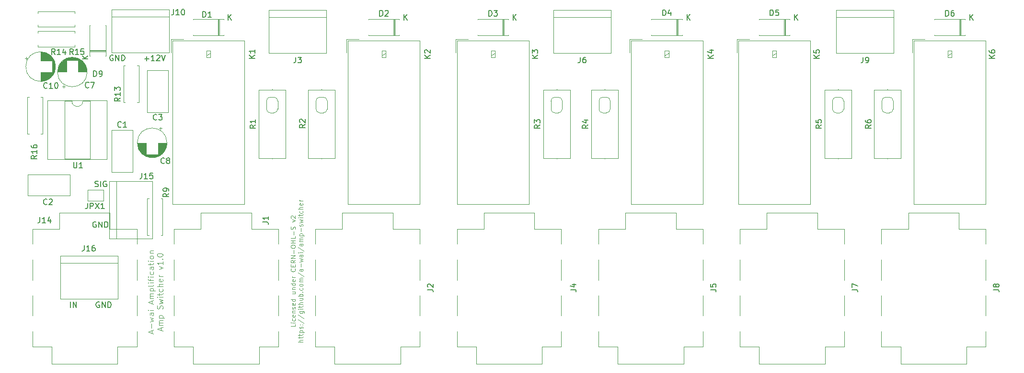
<source format=gto>
%TF.GenerationSoftware,KiCad,Pcbnew,9.0.0+dfsg-1*%
%TF.CreationDate,2025-03-20T12:50:07+01:00*%
%TF.ProjectId,relays-array-6,72656c61-7973-42d6-9172-7261792d362e,1.0*%
%TF.SameCoordinates,Original*%
%TF.FileFunction,Legend,Top*%
%TF.FilePolarity,Positive*%
%FSLAX46Y46*%
G04 Gerber Fmt 4.6, Leading zero omitted, Abs format (unit mm)*
G04 Created by KiCad (PCBNEW 9.0.0+dfsg-1) date 2025-03-20 12:50:07*
%MOMM*%
%LPD*%
G01*
G04 APERTURE LIST*
%ADD10C,0.200000*%
%ADD11C,0.100000*%
%ADD12C,0.150000*%
%ADD13C,0.120000*%
G04 APERTURE END LIST*
D10*
X48893482Y-104714838D02*
X48798244Y-104667219D01*
X48798244Y-104667219D02*
X48655387Y-104667219D01*
X48655387Y-104667219D02*
X48512530Y-104714838D01*
X48512530Y-104714838D02*
X48417292Y-104810076D01*
X48417292Y-104810076D02*
X48369673Y-104905314D01*
X48369673Y-104905314D02*
X48322054Y-105095790D01*
X48322054Y-105095790D02*
X48322054Y-105238647D01*
X48322054Y-105238647D02*
X48369673Y-105429123D01*
X48369673Y-105429123D02*
X48417292Y-105524361D01*
X48417292Y-105524361D02*
X48512530Y-105619600D01*
X48512530Y-105619600D02*
X48655387Y-105667219D01*
X48655387Y-105667219D02*
X48750625Y-105667219D01*
X48750625Y-105667219D02*
X48893482Y-105619600D01*
X48893482Y-105619600D02*
X48941101Y-105571980D01*
X48941101Y-105571980D02*
X48941101Y-105238647D01*
X48941101Y-105238647D02*
X48750625Y-105238647D01*
X49369673Y-105667219D02*
X49369673Y-104667219D01*
X49369673Y-104667219D02*
X49941101Y-105667219D01*
X49941101Y-105667219D02*
X49941101Y-104667219D01*
X50417292Y-105667219D02*
X50417292Y-104667219D01*
X50417292Y-104667219D02*
X50655387Y-104667219D01*
X50655387Y-104667219D02*
X50798244Y-104714838D01*
X50798244Y-104714838D02*
X50893482Y-104810076D01*
X50893482Y-104810076D02*
X50941101Y-104905314D01*
X50941101Y-104905314D02*
X50988720Y-105095790D01*
X50988720Y-105095790D02*
X50988720Y-105238647D01*
X50988720Y-105238647D02*
X50941101Y-105429123D01*
X50941101Y-105429123D02*
X50893482Y-105524361D01*
X50893482Y-105524361D02*
X50798244Y-105619600D01*
X50798244Y-105619600D02*
X50655387Y-105667219D01*
X50655387Y-105667219D02*
X50417292Y-105667219D01*
X51893482Y-75214838D02*
X51798244Y-75167219D01*
X51798244Y-75167219D02*
X51655387Y-75167219D01*
X51655387Y-75167219D02*
X51512530Y-75214838D01*
X51512530Y-75214838D02*
X51417292Y-75310076D01*
X51417292Y-75310076D02*
X51369673Y-75405314D01*
X51369673Y-75405314D02*
X51322054Y-75595790D01*
X51322054Y-75595790D02*
X51322054Y-75738647D01*
X51322054Y-75738647D02*
X51369673Y-75929123D01*
X51369673Y-75929123D02*
X51417292Y-76024361D01*
X51417292Y-76024361D02*
X51512530Y-76119600D01*
X51512530Y-76119600D02*
X51655387Y-76167219D01*
X51655387Y-76167219D02*
X51750625Y-76167219D01*
X51750625Y-76167219D02*
X51893482Y-76119600D01*
X51893482Y-76119600D02*
X51941101Y-76071980D01*
X51941101Y-76071980D02*
X51941101Y-75738647D01*
X51941101Y-75738647D02*
X51750625Y-75738647D01*
X52369673Y-76167219D02*
X52369673Y-75167219D01*
X52369673Y-75167219D02*
X52941101Y-76167219D01*
X52941101Y-76167219D02*
X52941101Y-75167219D01*
X53417292Y-76167219D02*
X53417292Y-75167219D01*
X53417292Y-75167219D02*
X53655387Y-75167219D01*
X53655387Y-75167219D02*
X53798244Y-75214838D01*
X53798244Y-75214838D02*
X53893482Y-75310076D01*
X53893482Y-75310076D02*
X53941101Y-75405314D01*
X53941101Y-75405314D02*
X53988720Y-75595790D01*
X53988720Y-75595790D02*
X53988720Y-75738647D01*
X53988720Y-75738647D02*
X53941101Y-75929123D01*
X53941101Y-75929123D02*
X53893482Y-76024361D01*
X53893482Y-76024361D02*
X53798244Y-76119600D01*
X53798244Y-76119600D02*
X53655387Y-76167219D01*
X53655387Y-76167219D02*
X53417292Y-76167219D01*
X57464912Y-75786266D02*
X58226817Y-75786266D01*
X57845864Y-76167219D02*
X57845864Y-75405314D01*
X59226816Y-76167219D02*
X58655388Y-76167219D01*
X58941102Y-76167219D02*
X58941102Y-75167219D01*
X58941102Y-75167219D02*
X58845864Y-75310076D01*
X58845864Y-75310076D02*
X58750626Y-75405314D01*
X58750626Y-75405314D02*
X58655388Y-75452933D01*
X59607769Y-75262457D02*
X59655388Y-75214838D01*
X59655388Y-75214838D02*
X59750626Y-75167219D01*
X59750626Y-75167219D02*
X59988721Y-75167219D01*
X59988721Y-75167219D02*
X60083959Y-75214838D01*
X60083959Y-75214838D02*
X60131578Y-75262457D01*
X60131578Y-75262457D02*
X60179197Y-75357695D01*
X60179197Y-75357695D02*
X60179197Y-75452933D01*
X60179197Y-75452933D02*
X60131578Y-75595790D01*
X60131578Y-75595790D02*
X59560150Y-76167219D01*
X59560150Y-76167219D02*
X60179197Y-76167219D01*
X60464912Y-75167219D02*
X60798245Y-76167219D01*
X60798245Y-76167219D02*
X61131578Y-75167219D01*
D11*
X84108940Y-122809524D02*
X84108940Y-123190476D01*
X84108940Y-123190476D02*
X83308940Y-123190476D01*
X84108940Y-122542857D02*
X83575606Y-122542857D01*
X83308940Y-122542857D02*
X83347035Y-122580953D01*
X83347035Y-122580953D02*
X83385130Y-122542857D01*
X83385130Y-122542857D02*
X83347035Y-122504762D01*
X83347035Y-122504762D02*
X83308940Y-122542857D01*
X83308940Y-122542857D02*
X83385130Y-122542857D01*
X84070845Y-121819048D02*
X84108940Y-121895239D01*
X84108940Y-121895239D02*
X84108940Y-122047620D01*
X84108940Y-122047620D02*
X84070845Y-122123810D01*
X84070845Y-122123810D02*
X84032749Y-122161905D01*
X84032749Y-122161905D02*
X83956559Y-122200001D01*
X83956559Y-122200001D02*
X83727987Y-122200001D01*
X83727987Y-122200001D02*
X83651797Y-122161905D01*
X83651797Y-122161905D02*
X83613702Y-122123810D01*
X83613702Y-122123810D02*
X83575606Y-122047620D01*
X83575606Y-122047620D02*
X83575606Y-121895239D01*
X83575606Y-121895239D02*
X83613702Y-121819048D01*
X84070845Y-121171429D02*
X84108940Y-121247620D01*
X84108940Y-121247620D02*
X84108940Y-121400001D01*
X84108940Y-121400001D02*
X84070845Y-121476191D01*
X84070845Y-121476191D02*
X83994654Y-121514287D01*
X83994654Y-121514287D02*
X83689892Y-121514287D01*
X83689892Y-121514287D02*
X83613702Y-121476191D01*
X83613702Y-121476191D02*
X83575606Y-121400001D01*
X83575606Y-121400001D02*
X83575606Y-121247620D01*
X83575606Y-121247620D02*
X83613702Y-121171429D01*
X83613702Y-121171429D02*
X83689892Y-121133334D01*
X83689892Y-121133334D02*
X83766083Y-121133334D01*
X83766083Y-121133334D02*
X83842273Y-121514287D01*
X83575606Y-120790477D02*
X84108940Y-120790477D01*
X83651797Y-120790477D02*
X83613702Y-120752382D01*
X83613702Y-120752382D02*
X83575606Y-120676192D01*
X83575606Y-120676192D02*
X83575606Y-120561906D01*
X83575606Y-120561906D02*
X83613702Y-120485715D01*
X83613702Y-120485715D02*
X83689892Y-120447620D01*
X83689892Y-120447620D02*
X84108940Y-120447620D01*
X84070845Y-120104763D02*
X84108940Y-120028572D01*
X84108940Y-120028572D02*
X84108940Y-119876191D01*
X84108940Y-119876191D02*
X84070845Y-119800001D01*
X84070845Y-119800001D02*
X83994654Y-119761905D01*
X83994654Y-119761905D02*
X83956559Y-119761905D01*
X83956559Y-119761905D02*
X83880368Y-119800001D01*
X83880368Y-119800001D02*
X83842273Y-119876191D01*
X83842273Y-119876191D02*
X83842273Y-119990477D01*
X83842273Y-119990477D02*
X83804178Y-120066667D01*
X83804178Y-120066667D02*
X83727987Y-120104763D01*
X83727987Y-120104763D02*
X83689892Y-120104763D01*
X83689892Y-120104763D02*
X83613702Y-120066667D01*
X83613702Y-120066667D02*
X83575606Y-119990477D01*
X83575606Y-119990477D02*
X83575606Y-119876191D01*
X83575606Y-119876191D02*
X83613702Y-119800001D01*
X84070845Y-119114286D02*
X84108940Y-119190477D01*
X84108940Y-119190477D02*
X84108940Y-119342858D01*
X84108940Y-119342858D02*
X84070845Y-119419048D01*
X84070845Y-119419048D02*
X83994654Y-119457144D01*
X83994654Y-119457144D02*
X83689892Y-119457144D01*
X83689892Y-119457144D02*
X83613702Y-119419048D01*
X83613702Y-119419048D02*
X83575606Y-119342858D01*
X83575606Y-119342858D02*
X83575606Y-119190477D01*
X83575606Y-119190477D02*
X83613702Y-119114286D01*
X83613702Y-119114286D02*
X83689892Y-119076191D01*
X83689892Y-119076191D02*
X83766083Y-119076191D01*
X83766083Y-119076191D02*
X83842273Y-119457144D01*
X84108940Y-118390477D02*
X83308940Y-118390477D01*
X84070845Y-118390477D02*
X84108940Y-118466668D01*
X84108940Y-118466668D02*
X84108940Y-118619049D01*
X84108940Y-118619049D02*
X84070845Y-118695239D01*
X84070845Y-118695239D02*
X84032749Y-118733334D01*
X84032749Y-118733334D02*
X83956559Y-118771430D01*
X83956559Y-118771430D02*
X83727987Y-118771430D01*
X83727987Y-118771430D02*
X83651797Y-118733334D01*
X83651797Y-118733334D02*
X83613702Y-118695239D01*
X83613702Y-118695239D02*
X83575606Y-118619049D01*
X83575606Y-118619049D02*
X83575606Y-118466668D01*
X83575606Y-118466668D02*
X83613702Y-118390477D01*
X83575606Y-117057143D02*
X84108940Y-117057143D01*
X83575606Y-117400000D02*
X83994654Y-117400000D01*
X83994654Y-117400000D02*
X84070845Y-117361905D01*
X84070845Y-117361905D02*
X84108940Y-117285715D01*
X84108940Y-117285715D02*
X84108940Y-117171429D01*
X84108940Y-117171429D02*
X84070845Y-117095238D01*
X84070845Y-117095238D02*
X84032749Y-117057143D01*
X83575606Y-116676190D02*
X84108940Y-116676190D01*
X83651797Y-116676190D02*
X83613702Y-116638095D01*
X83613702Y-116638095D02*
X83575606Y-116561905D01*
X83575606Y-116561905D02*
X83575606Y-116447619D01*
X83575606Y-116447619D02*
X83613702Y-116371428D01*
X83613702Y-116371428D02*
X83689892Y-116333333D01*
X83689892Y-116333333D02*
X84108940Y-116333333D01*
X84108940Y-115609523D02*
X83308940Y-115609523D01*
X84070845Y-115609523D02*
X84108940Y-115685714D01*
X84108940Y-115685714D02*
X84108940Y-115838095D01*
X84108940Y-115838095D02*
X84070845Y-115914285D01*
X84070845Y-115914285D02*
X84032749Y-115952380D01*
X84032749Y-115952380D02*
X83956559Y-115990476D01*
X83956559Y-115990476D02*
X83727987Y-115990476D01*
X83727987Y-115990476D02*
X83651797Y-115952380D01*
X83651797Y-115952380D02*
X83613702Y-115914285D01*
X83613702Y-115914285D02*
X83575606Y-115838095D01*
X83575606Y-115838095D02*
X83575606Y-115685714D01*
X83575606Y-115685714D02*
X83613702Y-115609523D01*
X84070845Y-114923808D02*
X84108940Y-114999999D01*
X84108940Y-114999999D02*
X84108940Y-115152380D01*
X84108940Y-115152380D02*
X84070845Y-115228570D01*
X84070845Y-115228570D02*
X83994654Y-115266666D01*
X83994654Y-115266666D02*
X83689892Y-115266666D01*
X83689892Y-115266666D02*
X83613702Y-115228570D01*
X83613702Y-115228570D02*
X83575606Y-115152380D01*
X83575606Y-115152380D02*
X83575606Y-114999999D01*
X83575606Y-114999999D02*
X83613702Y-114923808D01*
X83613702Y-114923808D02*
X83689892Y-114885713D01*
X83689892Y-114885713D02*
X83766083Y-114885713D01*
X83766083Y-114885713D02*
X83842273Y-115266666D01*
X84108940Y-114542856D02*
X83575606Y-114542856D01*
X83727987Y-114542856D02*
X83651797Y-114504761D01*
X83651797Y-114504761D02*
X83613702Y-114466666D01*
X83613702Y-114466666D02*
X83575606Y-114390475D01*
X83575606Y-114390475D02*
X83575606Y-114314285D01*
X84032749Y-112980951D02*
X84070845Y-113019047D01*
X84070845Y-113019047D02*
X84108940Y-113133332D01*
X84108940Y-113133332D02*
X84108940Y-113209523D01*
X84108940Y-113209523D02*
X84070845Y-113323809D01*
X84070845Y-113323809D02*
X83994654Y-113399999D01*
X83994654Y-113399999D02*
X83918464Y-113438094D01*
X83918464Y-113438094D02*
X83766083Y-113476190D01*
X83766083Y-113476190D02*
X83651797Y-113476190D01*
X83651797Y-113476190D02*
X83499416Y-113438094D01*
X83499416Y-113438094D02*
X83423225Y-113399999D01*
X83423225Y-113399999D02*
X83347035Y-113323809D01*
X83347035Y-113323809D02*
X83308940Y-113209523D01*
X83308940Y-113209523D02*
X83308940Y-113133332D01*
X83308940Y-113133332D02*
X83347035Y-113019047D01*
X83347035Y-113019047D02*
X83385130Y-112980951D01*
X83689892Y-112638094D02*
X83689892Y-112371428D01*
X84108940Y-112257142D02*
X84108940Y-112638094D01*
X84108940Y-112638094D02*
X83308940Y-112638094D01*
X83308940Y-112638094D02*
X83308940Y-112257142D01*
X84108940Y-111457141D02*
X83727987Y-111723808D01*
X84108940Y-111914284D02*
X83308940Y-111914284D01*
X83308940Y-111914284D02*
X83308940Y-111609522D01*
X83308940Y-111609522D02*
X83347035Y-111533332D01*
X83347035Y-111533332D02*
X83385130Y-111495237D01*
X83385130Y-111495237D02*
X83461321Y-111457141D01*
X83461321Y-111457141D02*
X83575606Y-111457141D01*
X83575606Y-111457141D02*
X83651797Y-111495237D01*
X83651797Y-111495237D02*
X83689892Y-111533332D01*
X83689892Y-111533332D02*
X83727987Y-111609522D01*
X83727987Y-111609522D02*
X83727987Y-111914284D01*
X84108940Y-111114284D02*
X83308940Y-111114284D01*
X83308940Y-111114284D02*
X84108940Y-110657141D01*
X84108940Y-110657141D02*
X83308940Y-110657141D01*
X83804178Y-110276189D02*
X83804178Y-109666666D01*
X83308940Y-109133332D02*
X83308940Y-108980951D01*
X83308940Y-108980951D02*
X83347035Y-108904761D01*
X83347035Y-108904761D02*
X83423225Y-108828570D01*
X83423225Y-108828570D02*
X83575606Y-108790475D01*
X83575606Y-108790475D02*
X83842273Y-108790475D01*
X83842273Y-108790475D02*
X83994654Y-108828570D01*
X83994654Y-108828570D02*
X84070845Y-108904761D01*
X84070845Y-108904761D02*
X84108940Y-108980951D01*
X84108940Y-108980951D02*
X84108940Y-109133332D01*
X84108940Y-109133332D02*
X84070845Y-109209523D01*
X84070845Y-109209523D02*
X83994654Y-109285713D01*
X83994654Y-109285713D02*
X83842273Y-109323809D01*
X83842273Y-109323809D02*
X83575606Y-109323809D01*
X83575606Y-109323809D02*
X83423225Y-109285713D01*
X83423225Y-109285713D02*
X83347035Y-109209523D01*
X83347035Y-109209523D02*
X83308940Y-109133332D01*
X84108940Y-108447618D02*
X83308940Y-108447618D01*
X83689892Y-108447618D02*
X83689892Y-107990475D01*
X84108940Y-107990475D02*
X83308940Y-107990475D01*
X84108940Y-107228571D02*
X84108940Y-107609523D01*
X84108940Y-107609523D02*
X83308940Y-107609523D01*
X83804178Y-106961904D02*
X83804178Y-106352381D01*
X84070845Y-106009524D02*
X84108940Y-105895238D01*
X84108940Y-105895238D02*
X84108940Y-105704762D01*
X84108940Y-105704762D02*
X84070845Y-105628571D01*
X84070845Y-105628571D02*
X84032749Y-105590476D01*
X84032749Y-105590476D02*
X83956559Y-105552381D01*
X83956559Y-105552381D02*
X83880368Y-105552381D01*
X83880368Y-105552381D02*
X83804178Y-105590476D01*
X83804178Y-105590476D02*
X83766083Y-105628571D01*
X83766083Y-105628571D02*
X83727987Y-105704762D01*
X83727987Y-105704762D02*
X83689892Y-105857143D01*
X83689892Y-105857143D02*
X83651797Y-105933333D01*
X83651797Y-105933333D02*
X83613702Y-105971428D01*
X83613702Y-105971428D02*
X83537511Y-106009524D01*
X83537511Y-106009524D02*
X83461321Y-106009524D01*
X83461321Y-106009524D02*
X83385130Y-105971428D01*
X83385130Y-105971428D02*
X83347035Y-105933333D01*
X83347035Y-105933333D02*
X83308940Y-105857143D01*
X83308940Y-105857143D02*
X83308940Y-105666666D01*
X83308940Y-105666666D02*
X83347035Y-105552381D01*
X83575606Y-104676190D02*
X84108940Y-104485714D01*
X84108940Y-104485714D02*
X83575606Y-104295237D01*
X83385130Y-104028571D02*
X83347035Y-103990475D01*
X83347035Y-103990475D02*
X83308940Y-103914285D01*
X83308940Y-103914285D02*
X83308940Y-103723809D01*
X83308940Y-103723809D02*
X83347035Y-103647618D01*
X83347035Y-103647618D02*
X83385130Y-103609523D01*
X83385130Y-103609523D02*
X83461321Y-103571428D01*
X83461321Y-103571428D02*
X83537511Y-103571428D01*
X83537511Y-103571428D02*
X83651797Y-103609523D01*
X83651797Y-103609523D02*
X84108940Y-104066666D01*
X84108940Y-104066666D02*
X84108940Y-103571428D01*
X85396895Y-125914286D02*
X84596895Y-125914286D01*
X85396895Y-125571429D02*
X84977847Y-125571429D01*
X84977847Y-125571429D02*
X84901657Y-125609524D01*
X84901657Y-125609524D02*
X84863561Y-125685715D01*
X84863561Y-125685715D02*
X84863561Y-125800001D01*
X84863561Y-125800001D02*
X84901657Y-125876191D01*
X84901657Y-125876191D02*
X84939752Y-125914286D01*
X84863561Y-125304762D02*
X84863561Y-125000000D01*
X84596895Y-125190476D02*
X85282609Y-125190476D01*
X85282609Y-125190476D02*
X85358800Y-125152381D01*
X85358800Y-125152381D02*
X85396895Y-125076191D01*
X85396895Y-125076191D02*
X85396895Y-125000000D01*
X84863561Y-124847619D02*
X84863561Y-124542857D01*
X84596895Y-124733333D02*
X85282609Y-124733333D01*
X85282609Y-124733333D02*
X85358800Y-124695238D01*
X85358800Y-124695238D02*
X85396895Y-124619048D01*
X85396895Y-124619048D02*
X85396895Y-124542857D01*
X84863561Y-124276190D02*
X85663561Y-124276190D01*
X84901657Y-124276190D02*
X84863561Y-124200000D01*
X84863561Y-124200000D02*
X84863561Y-124047619D01*
X84863561Y-124047619D02*
X84901657Y-123971428D01*
X84901657Y-123971428D02*
X84939752Y-123933333D01*
X84939752Y-123933333D02*
X85015942Y-123895238D01*
X85015942Y-123895238D02*
X85244514Y-123895238D01*
X85244514Y-123895238D02*
X85320704Y-123933333D01*
X85320704Y-123933333D02*
X85358800Y-123971428D01*
X85358800Y-123971428D02*
X85396895Y-124047619D01*
X85396895Y-124047619D02*
X85396895Y-124200000D01*
X85396895Y-124200000D02*
X85358800Y-124276190D01*
X85358800Y-123590476D02*
X85396895Y-123514285D01*
X85396895Y-123514285D02*
X85396895Y-123361904D01*
X85396895Y-123361904D02*
X85358800Y-123285714D01*
X85358800Y-123285714D02*
X85282609Y-123247618D01*
X85282609Y-123247618D02*
X85244514Y-123247618D01*
X85244514Y-123247618D02*
X85168323Y-123285714D01*
X85168323Y-123285714D02*
X85130228Y-123361904D01*
X85130228Y-123361904D02*
X85130228Y-123476190D01*
X85130228Y-123476190D02*
X85092133Y-123552380D01*
X85092133Y-123552380D02*
X85015942Y-123590476D01*
X85015942Y-123590476D02*
X84977847Y-123590476D01*
X84977847Y-123590476D02*
X84901657Y-123552380D01*
X84901657Y-123552380D02*
X84863561Y-123476190D01*
X84863561Y-123476190D02*
X84863561Y-123361904D01*
X84863561Y-123361904D02*
X84901657Y-123285714D01*
X85320704Y-122904761D02*
X85358800Y-122866666D01*
X85358800Y-122866666D02*
X85396895Y-122904761D01*
X85396895Y-122904761D02*
X85358800Y-122942857D01*
X85358800Y-122942857D02*
X85320704Y-122904761D01*
X85320704Y-122904761D02*
X85396895Y-122904761D01*
X84901657Y-122904761D02*
X84939752Y-122866666D01*
X84939752Y-122866666D02*
X84977847Y-122904761D01*
X84977847Y-122904761D02*
X84939752Y-122942857D01*
X84939752Y-122942857D02*
X84901657Y-122904761D01*
X84901657Y-122904761D02*
X84977847Y-122904761D01*
X84558800Y-121952381D02*
X85587371Y-122638095D01*
X84558800Y-121114286D02*
X85587371Y-121800000D01*
X84863561Y-120504762D02*
X85511180Y-120504762D01*
X85511180Y-120504762D02*
X85587371Y-120542857D01*
X85587371Y-120542857D02*
X85625466Y-120580953D01*
X85625466Y-120580953D02*
X85663561Y-120657143D01*
X85663561Y-120657143D02*
X85663561Y-120771429D01*
X85663561Y-120771429D02*
X85625466Y-120847619D01*
X85358800Y-120504762D02*
X85396895Y-120580953D01*
X85396895Y-120580953D02*
X85396895Y-120733334D01*
X85396895Y-120733334D02*
X85358800Y-120809524D01*
X85358800Y-120809524D02*
X85320704Y-120847619D01*
X85320704Y-120847619D02*
X85244514Y-120885715D01*
X85244514Y-120885715D02*
X85015942Y-120885715D01*
X85015942Y-120885715D02*
X84939752Y-120847619D01*
X84939752Y-120847619D02*
X84901657Y-120809524D01*
X84901657Y-120809524D02*
X84863561Y-120733334D01*
X84863561Y-120733334D02*
X84863561Y-120580953D01*
X84863561Y-120580953D02*
X84901657Y-120504762D01*
X85396895Y-120123809D02*
X84863561Y-120123809D01*
X84596895Y-120123809D02*
X84634990Y-120161905D01*
X84634990Y-120161905D02*
X84673085Y-120123809D01*
X84673085Y-120123809D02*
X84634990Y-120085714D01*
X84634990Y-120085714D02*
X84596895Y-120123809D01*
X84596895Y-120123809D02*
X84673085Y-120123809D01*
X84863561Y-119857143D02*
X84863561Y-119552381D01*
X84596895Y-119742857D02*
X85282609Y-119742857D01*
X85282609Y-119742857D02*
X85358800Y-119704762D01*
X85358800Y-119704762D02*
X85396895Y-119628572D01*
X85396895Y-119628572D02*
X85396895Y-119552381D01*
X85396895Y-119285714D02*
X84596895Y-119285714D01*
X85396895Y-118942857D02*
X84977847Y-118942857D01*
X84977847Y-118942857D02*
X84901657Y-118980952D01*
X84901657Y-118980952D02*
X84863561Y-119057143D01*
X84863561Y-119057143D02*
X84863561Y-119171429D01*
X84863561Y-119171429D02*
X84901657Y-119247619D01*
X84901657Y-119247619D02*
X84939752Y-119285714D01*
X84863561Y-118219047D02*
X85396895Y-118219047D01*
X84863561Y-118561904D02*
X85282609Y-118561904D01*
X85282609Y-118561904D02*
X85358800Y-118523809D01*
X85358800Y-118523809D02*
X85396895Y-118447619D01*
X85396895Y-118447619D02*
X85396895Y-118333333D01*
X85396895Y-118333333D02*
X85358800Y-118257142D01*
X85358800Y-118257142D02*
X85320704Y-118219047D01*
X85396895Y-117838094D02*
X84596895Y-117838094D01*
X84901657Y-117838094D02*
X84863561Y-117761904D01*
X84863561Y-117761904D02*
X84863561Y-117609523D01*
X84863561Y-117609523D02*
X84901657Y-117533332D01*
X84901657Y-117533332D02*
X84939752Y-117495237D01*
X84939752Y-117495237D02*
X85015942Y-117457142D01*
X85015942Y-117457142D02*
X85244514Y-117457142D01*
X85244514Y-117457142D02*
X85320704Y-117495237D01*
X85320704Y-117495237D02*
X85358800Y-117533332D01*
X85358800Y-117533332D02*
X85396895Y-117609523D01*
X85396895Y-117609523D02*
X85396895Y-117761904D01*
X85396895Y-117761904D02*
X85358800Y-117838094D01*
X85320704Y-117114284D02*
X85358800Y-117076189D01*
X85358800Y-117076189D02*
X85396895Y-117114284D01*
X85396895Y-117114284D02*
X85358800Y-117152380D01*
X85358800Y-117152380D02*
X85320704Y-117114284D01*
X85320704Y-117114284D02*
X85396895Y-117114284D01*
X85358800Y-116390475D02*
X85396895Y-116466666D01*
X85396895Y-116466666D02*
X85396895Y-116619047D01*
X85396895Y-116619047D02*
X85358800Y-116695237D01*
X85358800Y-116695237D02*
X85320704Y-116733332D01*
X85320704Y-116733332D02*
X85244514Y-116771428D01*
X85244514Y-116771428D02*
X85015942Y-116771428D01*
X85015942Y-116771428D02*
X84939752Y-116733332D01*
X84939752Y-116733332D02*
X84901657Y-116695237D01*
X84901657Y-116695237D02*
X84863561Y-116619047D01*
X84863561Y-116619047D02*
X84863561Y-116466666D01*
X84863561Y-116466666D02*
X84901657Y-116390475D01*
X85396895Y-115933333D02*
X85358800Y-116009523D01*
X85358800Y-116009523D02*
X85320704Y-116047618D01*
X85320704Y-116047618D02*
X85244514Y-116085714D01*
X85244514Y-116085714D02*
X85015942Y-116085714D01*
X85015942Y-116085714D02*
X84939752Y-116047618D01*
X84939752Y-116047618D02*
X84901657Y-116009523D01*
X84901657Y-116009523D02*
X84863561Y-115933333D01*
X84863561Y-115933333D02*
X84863561Y-115819047D01*
X84863561Y-115819047D02*
X84901657Y-115742856D01*
X84901657Y-115742856D02*
X84939752Y-115704761D01*
X84939752Y-115704761D02*
X85015942Y-115666666D01*
X85015942Y-115666666D02*
X85244514Y-115666666D01*
X85244514Y-115666666D02*
X85320704Y-115704761D01*
X85320704Y-115704761D02*
X85358800Y-115742856D01*
X85358800Y-115742856D02*
X85396895Y-115819047D01*
X85396895Y-115819047D02*
X85396895Y-115933333D01*
X85396895Y-115323808D02*
X84863561Y-115323808D01*
X84939752Y-115323808D02*
X84901657Y-115285713D01*
X84901657Y-115285713D02*
X84863561Y-115209523D01*
X84863561Y-115209523D02*
X84863561Y-115095237D01*
X84863561Y-115095237D02*
X84901657Y-115019046D01*
X84901657Y-115019046D02*
X84977847Y-114980951D01*
X84977847Y-114980951D02*
X85396895Y-114980951D01*
X84977847Y-114980951D02*
X84901657Y-114942856D01*
X84901657Y-114942856D02*
X84863561Y-114866665D01*
X84863561Y-114866665D02*
X84863561Y-114752380D01*
X84863561Y-114752380D02*
X84901657Y-114676189D01*
X84901657Y-114676189D02*
X84977847Y-114638094D01*
X84977847Y-114638094D02*
X85396895Y-114638094D01*
X84558800Y-113685713D02*
X85587371Y-114371427D01*
X85396895Y-113076189D02*
X84977847Y-113076189D01*
X84977847Y-113076189D02*
X84901657Y-113114284D01*
X84901657Y-113114284D02*
X84863561Y-113190475D01*
X84863561Y-113190475D02*
X84863561Y-113342856D01*
X84863561Y-113342856D02*
X84901657Y-113419046D01*
X85358800Y-113076189D02*
X85396895Y-113152380D01*
X85396895Y-113152380D02*
X85396895Y-113342856D01*
X85396895Y-113342856D02*
X85358800Y-113419046D01*
X85358800Y-113419046D02*
X85282609Y-113457142D01*
X85282609Y-113457142D02*
X85206419Y-113457142D01*
X85206419Y-113457142D02*
X85130228Y-113419046D01*
X85130228Y-113419046D02*
X85092133Y-113342856D01*
X85092133Y-113342856D02*
X85092133Y-113152380D01*
X85092133Y-113152380D02*
X85054038Y-113076189D01*
X85092133Y-112695236D02*
X85092133Y-112085713D01*
X84863561Y-111780951D02*
X85396895Y-111628570D01*
X85396895Y-111628570D02*
X85015942Y-111476189D01*
X85015942Y-111476189D02*
X85396895Y-111323808D01*
X85396895Y-111323808D02*
X84863561Y-111171427D01*
X85396895Y-110523808D02*
X84977847Y-110523808D01*
X84977847Y-110523808D02*
X84901657Y-110561903D01*
X84901657Y-110561903D02*
X84863561Y-110638094D01*
X84863561Y-110638094D02*
X84863561Y-110790475D01*
X84863561Y-110790475D02*
X84901657Y-110866665D01*
X85358800Y-110523808D02*
X85396895Y-110599999D01*
X85396895Y-110599999D02*
X85396895Y-110790475D01*
X85396895Y-110790475D02*
X85358800Y-110866665D01*
X85358800Y-110866665D02*
X85282609Y-110904761D01*
X85282609Y-110904761D02*
X85206419Y-110904761D01*
X85206419Y-110904761D02*
X85130228Y-110866665D01*
X85130228Y-110866665D02*
X85092133Y-110790475D01*
X85092133Y-110790475D02*
X85092133Y-110599999D01*
X85092133Y-110599999D02*
X85054038Y-110523808D01*
X85396895Y-110142855D02*
X84863561Y-110142855D01*
X84596895Y-110142855D02*
X84634990Y-110180951D01*
X84634990Y-110180951D02*
X84673085Y-110142855D01*
X84673085Y-110142855D02*
X84634990Y-110104760D01*
X84634990Y-110104760D02*
X84596895Y-110142855D01*
X84596895Y-110142855D02*
X84673085Y-110142855D01*
X84558800Y-109190475D02*
X85587371Y-109876189D01*
X85396895Y-108580951D02*
X84977847Y-108580951D01*
X84977847Y-108580951D02*
X84901657Y-108619046D01*
X84901657Y-108619046D02*
X84863561Y-108695237D01*
X84863561Y-108695237D02*
X84863561Y-108847618D01*
X84863561Y-108847618D02*
X84901657Y-108923808D01*
X85358800Y-108580951D02*
X85396895Y-108657142D01*
X85396895Y-108657142D02*
X85396895Y-108847618D01*
X85396895Y-108847618D02*
X85358800Y-108923808D01*
X85358800Y-108923808D02*
X85282609Y-108961904D01*
X85282609Y-108961904D02*
X85206419Y-108961904D01*
X85206419Y-108961904D02*
X85130228Y-108923808D01*
X85130228Y-108923808D02*
X85092133Y-108847618D01*
X85092133Y-108847618D02*
X85092133Y-108657142D01*
X85092133Y-108657142D02*
X85054038Y-108580951D01*
X85396895Y-108199998D02*
X84863561Y-108199998D01*
X84939752Y-108199998D02*
X84901657Y-108161903D01*
X84901657Y-108161903D02*
X84863561Y-108085713D01*
X84863561Y-108085713D02*
X84863561Y-107971427D01*
X84863561Y-107971427D02*
X84901657Y-107895236D01*
X84901657Y-107895236D02*
X84977847Y-107857141D01*
X84977847Y-107857141D02*
X85396895Y-107857141D01*
X84977847Y-107857141D02*
X84901657Y-107819046D01*
X84901657Y-107819046D02*
X84863561Y-107742855D01*
X84863561Y-107742855D02*
X84863561Y-107628570D01*
X84863561Y-107628570D02*
X84901657Y-107552379D01*
X84901657Y-107552379D02*
X84977847Y-107514284D01*
X84977847Y-107514284D02*
X85396895Y-107514284D01*
X84863561Y-107133331D02*
X85663561Y-107133331D01*
X84901657Y-107133331D02*
X84863561Y-107057141D01*
X84863561Y-107057141D02*
X84863561Y-106904760D01*
X84863561Y-106904760D02*
X84901657Y-106828569D01*
X84901657Y-106828569D02*
X84939752Y-106790474D01*
X84939752Y-106790474D02*
X85015942Y-106752379D01*
X85015942Y-106752379D02*
X85244514Y-106752379D01*
X85244514Y-106752379D02*
X85320704Y-106790474D01*
X85320704Y-106790474D02*
X85358800Y-106828569D01*
X85358800Y-106828569D02*
X85396895Y-106904760D01*
X85396895Y-106904760D02*
X85396895Y-107057141D01*
X85396895Y-107057141D02*
X85358800Y-107133331D01*
X85092133Y-106409521D02*
X85092133Y-105799998D01*
X85358800Y-105457141D02*
X85396895Y-105380950D01*
X85396895Y-105380950D02*
X85396895Y-105228569D01*
X85396895Y-105228569D02*
X85358800Y-105152379D01*
X85358800Y-105152379D02*
X85282609Y-105114283D01*
X85282609Y-105114283D02*
X85244514Y-105114283D01*
X85244514Y-105114283D02*
X85168323Y-105152379D01*
X85168323Y-105152379D02*
X85130228Y-105228569D01*
X85130228Y-105228569D02*
X85130228Y-105342855D01*
X85130228Y-105342855D02*
X85092133Y-105419045D01*
X85092133Y-105419045D02*
X85015942Y-105457141D01*
X85015942Y-105457141D02*
X84977847Y-105457141D01*
X84977847Y-105457141D02*
X84901657Y-105419045D01*
X84901657Y-105419045D02*
X84863561Y-105342855D01*
X84863561Y-105342855D02*
X84863561Y-105228569D01*
X84863561Y-105228569D02*
X84901657Y-105152379D01*
X84863561Y-104847617D02*
X85396895Y-104695236D01*
X85396895Y-104695236D02*
X85015942Y-104542855D01*
X85015942Y-104542855D02*
X85396895Y-104390474D01*
X85396895Y-104390474D02*
X84863561Y-104238093D01*
X85396895Y-103933331D02*
X84863561Y-103933331D01*
X84596895Y-103933331D02*
X84634990Y-103971427D01*
X84634990Y-103971427D02*
X84673085Y-103933331D01*
X84673085Y-103933331D02*
X84634990Y-103895236D01*
X84634990Y-103895236D02*
X84596895Y-103933331D01*
X84596895Y-103933331D02*
X84673085Y-103933331D01*
X84863561Y-103666665D02*
X84863561Y-103361903D01*
X84596895Y-103552379D02*
X85282609Y-103552379D01*
X85282609Y-103552379D02*
X85358800Y-103514284D01*
X85358800Y-103514284D02*
X85396895Y-103438094D01*
X85396895Y-103438094D02*
X85396895Y-103361903D01*
X85358800Y-102752379D02*
X85396895Y-102828570D01*
X85396895Y-102828570D02*
X85396895Y-102980951D01*
X85396895Y-102980951D02*
X85358800Y-103057141D01*
X85358800Y-103057141D02*
X85320704Y-103095236D01*
X85320704Y-103095236D02*
X85244514Y-103133332D01*
X85244514Y-103133332D02*
X85015942Y-103133332D01*
X85015942Y-103133332D02*
X84939752Y-103095236D01*
X84939752Y-103095236D02*
X84901657Y-103057141D01*
X84901657Y-103057141D02*
X84863561Y-102980951D01*
X84863561Y-102980951D02*
X84863561Y-102828570D01*
X84863561Y-102828570D02*
X84901657Y-102752379D01*
X85396895Y-102409522D02*
X84596895Y-102409522D01*
X85396895Y-102066665D02*
X84977847Y-102066665D01*
X84977847Y-102066665D02*
X84901657Y-102104760D01*
X84901657Y-102104760D02*
X84863561Y-102180951D01*
X84863561Y-102180951D02*
X84863561Y-102295237D01*
X84863561Y-102295237D02*
X84901657Y-102371427D01*
X84901657Y-102371427D02*
X84939752Y-102409522D01*
X85358800Y-101380950D02*
X85396895Y-101457141D01*
X85396895Y-101457141D02*
X85396895Y-101609522D01*
X85396895Y-101609522D02*
X85358800Y-101685712D01*
X85358800Y-101685712D02*
X85282609Y-101723808D01*
X85282609Y-101723808D02*
X84977847Y-101723808D01*
X84977847Y-101723808D02*
X84901657Y-101685712D01*
X84901657Y-101685712D02*
X84863561Y-101609522D01*
X84863561Y-101609522D02*
X84863561Y-101457141D01*
X84863561Y-101457141D02*
X84901657Y-101380950D01*
X84901657Y-101380950D02*
X84977847Y-101342855D01*
X84977847Y-101342855D02*
X85054038Y-101342855D01*
X85054038Y-101342855D02*
X85130228Y-101723808D01*
X85396895Y-100999998D02*
X84863561Y-100999998D01*
X85015942Y-100999998D02*
X84939752Y-100961903D01*
X84939752Y-100961903D02*
X84901657Y-100923808D01*
X84901657Y-100923808D02*
X84863561Y-100847617D01*
X84863561Y-100847617D02*
X84863561Y-100771427D01*
D10*
X44369673Y-119867219D02*
X44369673Y-118867219D01*
X44845863Y-119867219D02*
X44845863Y-118867219D01*
X44845863Y-118867219D02*
X45417291Y-119867219D01*
X45417291Y-119867219D02*
X45417291Y-118867219D01*
X49464911Y-118914838D02*
X49369673Y-118867219D01*
X49369673Y-118867219D02*
X49226816Y-118867219D01*
X49226816Y-118867219D02*
X49083959Y-118914838D01*
X49083959Y-118914838D02*
X48988721Y-119010076D01*
X48988721Y-119010076D02*
X48941102Y-119105314D01*
X48941102Y-119105314D02*
X48893483Y-119295790D01*
X48893483Y-119295790D02*
X48893483Y-119438647D01*
X48893483Y-119438647D02*
X48941102Y-119629123D01*
X48941102Y-119629123D02*
X48988721Y-119724361D01*
X48988721Y-119724361D02*
X49083959Y-119819600D01*
X49083959Y-119819600D02*
X49226816Y-119867219D01*
X49226816Y-119867219D02*
X49322054Y-119867219D01*
X49322054Y-119867219D02*
X49464911Y-119819600D01*
X49464911Y-119819600D02*
X49512530Y-119771980D01*
X49512530Y-119771980D02*
X49512530Y-119438647D01*
X49512530Y-119438647D02*
X49322054Y-119438647D01*
X49941102Y-119867219D02*
X49941102Y-118867219D01*
X49941102Y-118867219D02*
X50512530Y-119867219D01*
X50512530Y-119867219D02*
X50512530Y-118867219D01*
X50988721Y-119867219D02*
X50988721Y-118867219D01*
X50988721Y-118867219D02*
X51226816Y-118867219D01*
X51226816Y-118867219D02*
X51369673Y-118914838D01*
X51369673Y-118914838D02*
X51464911Y-119010076D01*
X51464911Y-119010076D02*
X51512530Y-119105314D01*
X51512530Y-119105314D02*
X51560149Y-119295790D01*
X51560149Y-119295790D02*
X51560149Y-119438647D01*
X51560149Y-119438647D02*
X51512530Y-119629123D01*
X51512530Y-119629123D02*
X51464911Y-119724361D01*
X51464911Y-119724361D02*
X51369673Y-119819600D01*
X51369673Y-119819600D02*
X51226816Y-119867219D01*
X51226816Y-119867219D02*
X50988721Y-119867219D01*
D11*
X58776760Y-124433332D02*
X58776760Y-123957142D01*
X59062475Y-124528570D02*
X58062475Y-124195237D01*
X58062475Y-124195237D02*
X59062475Y-123861904D01*
X58681522Y-123528570D02*
X58681522Y-122766666D01*
X58395808Y-122385713D02*
X59062475Y-122195237D01*
X59062475Y-122195237D02*
X58586284Y-122004761D01*
X58586284Y-122004761D02*
X59062475Y-121814285D01*
X59062475Y-121814285D02*
X58395808Y-121623809D01*
X59062475Y-120814285D02*
X58538665Y-120814285D01*
X58538665Y-120814285D02*
X58443427Y-120861904D01*
X58443427Y-120861904D02*
X58395808Y-120957142D01*
X58395808Y-120957142D02*
X58395808Y-121147618D01*
X58395808Y-121147618D02*
X58443427Y-121242856D01*
X59014856Y-120814285D02*
X59062475Y-120909523D01*
X59062475Y-120909523D02*
X59062475Y-121147618D01*
X59062475Y-121147618D02*
X59014856Y-121242856D01*
X59014856Y-121242856D02*
X58919617Y-121290475D01*
X58919617Y-121290475D02*
X58824379Y-121290475D01*
X58824379Y-121290475D02*
X58729141Y-121242856D01*
X58729141Y-121242856D02*
X58681522Y-121147618D01*
X58681522Y-121147618D02*
X58681522Y-120909523D01*
X58681522Y-120909523D02*
X58633903Y-120814285D01*
X59062475Y-120338094D02*
X58395808Y-120338094D01*
X58062475Y-120338094D02*
X58110094Y-120385713D01*
X58110094Y-120385713D02*
X58157713Y-120338094D01*
X58157713Y-120338094D02*
X58110094Y-120290475D01*
X58110094Y-120290475D02*
X58062475Y-120338094D01*
X58062475Y-120338094D02*
X58157713Y-120338094D01*
X58776760Y-119147618D02*
X58776760Y-118671428D01*
X59062475Y-119242856D02*
X58062475Y-118909523D01*
X58062475Y-118909523D02*
X59062475Y-118576190D01*
X59062475Y-118242856D02*
X58395808Y-118242856D01*
X58491046Y-118242856D02*
X58443427Y-118195237D01*
X58443427Y-118195237D02*
X58395808Y-118099999D01*
X58395808Y-118099999D02*
X58395808Y-117957142D01*
X58395808Y-117957142D02*
X58443427Y-117861904D01*
X58443427Y-117861904D02*
X58538665Y-117814285D01*
X58538665Y-117814285D02*
X59062475Y-117814285D01*
X58538665Y-117814285D02*
X58443427Y-117766666D01*
X58443427Y-117766666D02*
X58395808Y-117671428D01*
X58395808Y-117671428D02*
X58395808Y-117528571D01*
X58395808Y-117528571D02*
X58443427Y-117433332D01*
X58443427Y-117433332D02*
X58538665Y-117385713D01*
X58538665Y-117385713D02*
X59062475Y-117385713D01*
X58395808Y-116909523D02*
X59395808Y-116909523D01*
X58443427Y-116909523D02*
X58395808Y-116814285D01*
X58395808Y-116814285D02*
X58395808Y-116623809D01*
X58395808Y-116623809D02*
X58443427Y-116528571D01*
X58443427Y-116528571D02*
X58491046Y-116480952D01*
X58491046Y-116480952D02*
X58586284Y-116433333D01*
X58586284Y-116433333D02*
X58871998Y-116433333D01*
X58871998Y-116433333D02*
X58967236Y-116480952D01*
X58967236Y-116480952D02*
X59014856Y-116528571D01*
X59014856Y-116528571D02*
X59062475Y-116623809D01*
X59062475Y-116623809D02*
X59062475Y-116814285D01*
X59062475Y-116814285D02*
X59014856Y-116909523D01*
X59062475Y-115861904D02*
X59014856Y-115957142D01*
X59014856Y-115957142D02*
X58919617Y-116004761D01*
X58919617Y-116004761D02*
X58062475Y-116004761D01*
X59062475Y-115480951D02*
X58395808Y-115480951D01*
X58062475Y-115480951D02*
X58110094Y-115528570D01*
X58110094Y-115528570D02*
X58157713Y-115480951D01*
X58157713Y-115480951D02*
X58110094Y-115433332D01*
X58110094Y-115433332D02*
X58062475Y-115480951D01*
X58062475Y-115480951D02*
X58157713Y-115480951D01*
X58395808Y-115147618D02*
X58395808Y-114766666D01*
X59062475Y-115004761D02*
X58205332Y-115004761D01*
X58205332Y-115004761D02*
X58110094Y-114957142D01*
X58110094Y-114957142D02*
X58062475Y-114861904D01*
X58062475Y-114861904D02*
X58062475Y-114766666D01*
X59062475Y-114433332D02*
X58395808Y-114433332D01*
X58062475Y-114433332D02*
X58110094Y-114480951D01*
X58110094Y-114480951D02*
X58157713Y-114433332D01*
X58157713Y-114433332D02*
X58110094Y-114385713D01*
X58110094Y-114385713D02*
X58062475Y-114433332D01*
X58062475Y-114433332D02*
X58157713Y-114433332D01*
X59014856Y-113528571D02*
X59062475Y-113623809D01*
X59062475Y-113623809D02*
X59062475Y-113814285D01*
X59062475Y-113814285D02*
X59014856Y-113909523D01*
X59014856Y-113909523D02*
X58967236Y-113957142D01*
X58967236Y-113957142D02*
X58871998Y-114004761D01*
X58871998Y-114004761D02*
X58586284Y-114004761D01*
X58586284Y-114004761D02*
X58491046Y-113957142D01*
X58491046Y-113957142D02*
X58443427Y-113909523D01*
X58443427Y-113909523D02*
X58395808Y-113814285D01*
X58395808Y-113814285D02*
X58395808Y-113623809D01*
X58395808Y-113623809D02*
X58443427Y-113528571D01*
X59062475Y-112671428D02*
X58538665Y-112671428D01*
X58538665Y-112671428D02*
X58443427Y-112719047D01*
X58443427Y-112719047D02*
X58395808Y-112814285D01*
X58395808Y-112814285D02*
X58395808Y-113004761D01*
X58395808Y-113004761D02*
X58443427Y-113099999D01*
X59014856Y-112671428D02*
X59062475Y-112766666D01*
X59062475Y-112766666D02*
X59062475Y-113004761D01*
X59062475Y-113004761D02*
X59014856Y-113099999D01*
X59014856Y-113099999D02*
X58919617Y-113147618D01*
X58919617Y-113147618D02*
X58824379Y-113147618D01*
X58824379Y-113147618D02*
X58729141Y-113099999D01*
X58729141Y-113099999D02*
X58681522Y-113004761D01*
X58681522Y-113004761D02*
X58681522Y-112766666D01*
X58681522Y-112766666D02*
X58633903Y-112671428D01*
X58395808Y-112338094D02*
X58395808Y-111957142D01*
X58062475Y-112195237D02*
X58919617Y-112195237D01*
X58919617Y-112195237D02*
X59014856Y-112147618D01*
X59014856Y-112147618D02*
X59062475Y-112052380D01*
X59062475Y-112052380D02*
X59062475Y-111957142D01*
X59062475Y-111623808D02*
X58395808Y-111623808D01*
X58062475Y-111623808D02*
X58110094Y-111671427D01*
X58110094Y-111671427D02*
X58157713Y-111623808D01*
X58157713Y-111623808D02*
X58110094Y-111576189D01*
X58110094Y-111576189D02*
X58062475Y-111623808D01*
X58062475Y-111623808D02*
X58157713Y-111623808D01*
X59062475Y-111004761D02*
X59014856Y-111099999D01*
X59014856Y-111099999D02*
X58967236Y-111147618D01*
X58967236Y-111147618D02*
X58871998Y-111195237D01*
X58871998Y-111195237D02*
X58586284Y-111195237D01*
X58586284Y-111195237D02*
X58491046Y-111147618D01*
X58491046Y-111147618D02*
X58443427Y-111099999D01*
X58443427Y-111099999D02*
X58395808Y-111004761D01*
X58395808Y-111004761D02*
X58395808Y-110861904D01*
X58395808Y-110861904D02*
X58443427Y-110766666D01*
X58443427Y-110766666D02*
X58491046Y-110719047D01*
X58491046Y-110719047D02*
X58586284Y-110671428D01*
X58586284Y-110671428D02*
X58871998Y-110671428D01*
X58871998Y-110671428D02*
X58967236Y-110719047D01*
X58967236Y-110719047D02*
X59014856Y-110766666D01*
X59014856Y-110766666D02*
X59062475Y-110861904D01*
X59062475Y-110861904D02*
X59062475Y-111004761D01*
X58395808Y-110242856D02*
X59062475Y-110242856D01*
X58491046Y-110242856D02*
X58443427Y-110195237D01*
X58443427Y-110195237D02*
X58395808Y-110099999D01*
X58395808Y-110099999D02*
X58395808Y-109957142D01*
X58395808Y-109957142D02*
X58443427Y-109861904D01*
X58443427Y-109861904D02*
X58538665Y-109814285D01*
X58538665Y-109814285D02*
X59062475Y-109814285D01*
X60386704Y-123933333D02*
X60386704Y-123457143D01*
X60672419Y-124028571D02*
X59672419Y-123695238D01*
X59672419Y-123695238D02*
X60672419Y-123361905D01*
X60672419Y-123028571D02*
X60005752Y-123028571D01*
X60100990Y-123028571D02*
X60053371Y-122980952D01*
X60053371Y-122980952D02*
X60005752Y-122885714D01*
X60005752Y-122885714D02*
X60005752Y-122742857D01*
X60005752Y-122742857D02*
X60053371Y-122647619D01*
X60053371Y-122647619D02*
X60148609Y-122600000D01*
X60148609Y-122600000D02*
X60672419Y-122600000D01*
X60148609Y-122600000D02*
X60053371Y-122552381D01*
X60053371Y-122552381D02*
X60005752Y-122457143D01*
X60005752Y-122457143D02*
X60005752Y-122314286D01*
X60005752Y-122314286D02*
X60053371Y-122219047D01*
X60053371Y-122219047D02*
X60148609Y-122171428D01*
X60148609Y-122171428D02*
X60672419Y-122171428D01*
X60005752Y-121695238D02*
X61005752Y-121695238D01*
X60053371Y-121695238D02*
X60005752Y-121600000D01*
X60005752Y-121600000D02*
X60005752Y-121409524D01*
X60005752Y-121409524D02*
X60053371Y-121314286D01*
X60053371Y-121314286D02*
X60100990Y-121266667D01*
X60100990Y-121266667D02*
X60196228Y-121219048D01*
X60196228Y-121219048D02*
X60481942Y-121219048D01*
X60481942Y-121219048D02*
X60577180Y-121266667D01*
X60577180Y-121266667D02*
X60624800Y-121314286D01*
X60624800Y-121314286D02*
X60672419Y-121409524D01*
X60672419Y-121409524D02*
X60672419Y-121600000D01*
X60672419Y-121600000D02*
X60624800Y-121695238D01*
X60624800Y-120076190D02*
X60672419Y-119933333D01*
X60672419Y-119933333D02*
X60672419Y-119695238D01*
X60672419Y-119695238D02*
X60624800Y-119600000D01*
X60624800Y-119600000D02*
X60577180Y-119552381D01*
X60577180Y-119552381D02*
X60481942Y-119504762D01*
X60481942Y-119504762D02*
X60386704Y-119504762D01*
X60386704Y-119504762D02*
X60291466Y-119552381D01*
X60291466Y-119552381D02*
X60243847Y-119600000D01*
X60243847Y-119600000D02*
X60196228Y-119695238D01*
X60196228Y-119695238D02*
X60148609Y-119885714D01*
X60148609Y-119885714D02*
X60100990Y-119980952D01*
X60100990Y-119980952D02*
X60053371Y-120028571D01*
X60053371Y-120028571D02*
X59958133Y-120076190D01*
X59958133Y-120076190D02*
X59862895Y-120076190D01*
X59862895Y-120076190D02*
X59767657Y-120028571D01*
X59767657Y-120028571D02*
X59720038Y-119980952D01*
X59720038Y-119980952D02*
X59672419Y-119885714D01*
X59672419Y-119885714D02*
X59672419Y-119647619D01*
X59672419Y-119647619D02*
X59720038Y-119504762D01*
X60005752Y-119171428D02*
X60672419Y-118980952D01*
X60672419Y-118980952D02*
X60196228Y-118790476D01*
X60196228Y-118790476D02*
X60672419Y-118600000D01*
X60672419Y-118600000D02*
X60005752Y-118409524D01*
X60672419Y-118028571D02*
X60005752Y-118028571D01*
X59672419Y-118028571D02*
X59720038Y-118076190D01*
X59720038Y-118076190D02*
X59767657Y-118028571D01*
X59767657Y-118028571D02*
X59720038Y-117980952D01*
X59720038Y-117980952D02*
X59672419Y-118028571D01*
X59672419Y-118028571D02*
X59767657Y-118028571D01*
X60005752Y-117695238D02*
X60005752Y-117314286D01*
X59672419Y-117552381D02*
X60529561Y-117552381D01*
X60529561Y-117552381D02*
X60624800Y-117504762D01*
X60624800Y-117504762D02*
X60672419Y-117409524D01*
X60672419Y-117409524D02*
X60672419Y-117314286D01*
X60624800Y-116552381D02*
X60672419Y-116647619D01*
X60672419Y-116647619D02*
X60672419Y-116838095D01*
X60672419Y-116838095D02*
X60624800Y-116933333D01*
X60624800Y-116933333D02*
X60577180Y-116980952D01*
X60577180Y-116980952D02*
X60481942Y-117028571D01*
X60481942Y-117028571D02*
X60196228Y-117028571D01*
X60196228Y-117028571D02*
X60100990Y-116980952D01*
X60100990Y-116980952D02*
X60053371Y-116933333D01*
X60053371Y-116933333D02*
X60005752Y-116838095D01*
X60005752Y-116838095D02*
X60005752Y-116647619D01*
X60005752Y-116647619D02*
X60053371Y-116552381D01*
X60672419Y-116123809D02*
X59672419Y-116123809D01*
X60672419Y-115695238D02*
X60148609Y-115695238D01*
X60148609Y-115695238D02*
X60053371Y-115742857D01*
X60053371Y-115742857D02*
X60005752Y-115838095D01*
X60005752Y-115838095D02*
X60005752Y-115980952D01*
X60005752Y-115980952D02*
X60053371Y-116076190D01*
X60053371Y-116076190D02*
X60100990Y-116123809D01*
X60624800Y-114838095D02*
X60672419Y-114933333D01*
X60672419Y-114933333D02*
X60672419Y-115123809D01*
X60672419Y-115123809D02*
X60624800Y-115219047D01*
X60624800Y-115219047D02*
X60529561Y-115266666D01*
X60529561Y-115266666D02*
X60148609Y-115266666D01*
X60148609Y-115266666D02*
X60053371Y-115219047D01*
X60053371Y-115219047D02*
X60005752Y-115123809D01*
X60005752Y-115123809D02*
X60005752Y-114933333D01*
X60005752Y-114933333D02*
X60053371Y-114838095D01*
X60053371Y-114838095D02*
X60148609Y-114790476D01*
X60148609Y-114790476D02*
X60243847Y-114790476D01*
X60243847Y-114790476D02*
X60339085Y-115266666D01*
X60672419Y-114361904D02*
X60005752Y-114361904D01*
X60196228Y-114361904D02*
X60100990Y-114314285D01*
X60100990Y-114314285D02*
X60053371Y-114266666D01*
X60053371Y-114266666D02*
X60005752Y-114171428D01*
X60005752Y-114171428D02*
X60005752Y-114076190D01*
X60005752Y-113076189D02*
X60672419Y-112838094D01*
X60672419Y-112838094D02*
X60005752Y-112599999D01*
X60672419Y-111695237D02*
X60672419Y-112266665D01*
X60672419Y-111980951D02*
X59672419Y-111980951D01*
X59672419Y-111980951D02*
X59815276Y-112076189D01*
X59815276Y-112076189D02*
X59910514Y-112171427D01*
X59910514Y-112171427D02*
X59958133Y-112266665D01*
X60577180Y-111266665D02*
X60624800Y-111219046D01*
X60624800Y-111219046D02*
X60672419Y-111266665D01*
X60672419Y-111266665D02*
X60624800Y-111314284D01*
X60624800Y-111314284D02*
X60577180Y-111266665D01*
X60577180Y-111266665D02*
X60672419Y-111266665D01*
X59672419Y-110599999D02*
X59672419Y-110504761D01*
X59672419Y-110504761D02*
X59720038Y-110409523D01*
X59720038Y-110409523D02*
X59767657Y-110361904D01*
X59767657Y-110361904D02*
X59862895Y-110314285D01*
X59862895Y-110314285D02*
X60053371Y-110266666D01*
X60053371Y-110266666D02*
X60291466Y-110266666D01*
X60291466Y-110266666D02*
X60481942Y-110314285D01*
X60481942Y-110314285D02*
X60577180Y-110361904D01*
X60577180Y-110361904D02*
X60624800Y-110409523D01*
X60624800Y-110409523D02*
X60672419Y-110504761D01*
X60672419Y-110504761D02*
X60672419Y-110599999D01*
X60672419Y-110599999D02*
X60624800Y-110695237D01*
X60624800Y-110695237D02*
X60577180Y-110742856D01*
X60577180Y-110742856D02*
X60481942Y-110790475D01*
X60481942Y-110790475D02*
X60291466Y-110838094D01*
X60291466Y-110838094D02*
X60053371Y-110838094D01*
X60053371Y-110838094D02*
X59862895Y-110790475D01*
X59862895Y-110790475D02*
X59767657Y-110742856D01*
X59767657Y-110742856D02*
X59720038Y-110695237D01*
X59720038Y-110695237D02*
X59672419Y-110599999D01*
D10*
X48722054Y-98419600D02*
X48864911Y-98467219D01*
X48864911Y-98467219D02*
X49103006Y-98467219D01*
X49103006Y-98467219D02*
X49198244Y-98419600D01*
X49198244Y-98419600D02*
X49245863Y-98371980D01*
X49245863Y-98371980D02*
X49293482Y-98276742D01*
X49293482Y-98276742D02*
X49293482Y-98181504D01*
X49293482Y-98181504D02*
X49245863Y-98086266D01*
X49245863Y-98086266D02*
X49198244Y-98038647D01*
X49198244Y-98038647D02*
X49103006Y-97991028D01*
X49103006Y-97991028D02*
X48912530Y-97943409D01*
X48912530Y-97943409D02*
X48817292Y-97895790D01*
X48817292Y-97895790D02*
X48769673Y-97848171D01*
X48769673Y-97848171D02*
X48722054Y-97752933D01*
X48722054Y-97752933D02*
X48722054Y-97657695D01*
X48722054Y-97657695D02*
X48769673Y-97562457D01*
X48769673Y-97562457D02*
X48817292Y-97514838D01*
X48817292Y-97514838D02*
X48912530Y-97467219D01*
X48912530Y-97467219D02*
X49150625Y-97467219D01*
X49150625Y-97467219D02*
X49293482Y-97514838D01*
X49722054Y-98467219D02*
X49722054Y-97467219D01*
X50722053Y-97514838D02*
X50626815Y-97467219D01*
X50626815Y-97467219D02*
X50483958Y-97467219D01*
X50483958Y-97467219D02*
X50341101Y-97514838D01*
X50341101Y-97514838D02*
X50245863Y-97610076D01*
X50245863Y-97610076D02*
X50198244Y-97705314D01*
X50198244Y-97705314D02*
X50150625Y-97895790D01*
X50150625Y-97895790D02*
X50150625Y-98038647D01*
X50150625Y-98038647D02*
X50198244Y-98229123D01*
X50198244Y-98229123D02*
X50245863Y-98324361D01*
X50245863Y-98324361D02*
X50341101Y-98419600D01*
X50341101Y-98419600D02*
X50483958Y-98467219D01*
X50483958Y-98467219D02*
X50579196Y-98467219D01*
X50579196Y-98467219D02*
X50722053Y-98419600D01*
X50722053Y-98419600D02*
X50769672Y-98371980D01*
X50769672Y-98371980D02*
X50769672Y-98038647D01*
X50769672Y-98038647D02*
X50579196Y-98038647D01*
D12*
X207704819Y-75738094D02*
X206704819Y-75738094D01*
X207704819Y-75166666D02*
X207133390Y-75595237D01*
X206704819Y-75166666D02*
X207276247Y-75738094D01*
X206704819Y-74309523D02*
X206704819Y-74499999D01*
X206704819Y-74499999D02*
X206752438Y-74595237D01*
X206752438Y-74595237D02*
X206800057Y-74642856D01*
X206800057Y-74642856D02*
X206942914Y-74738094D01*
X206942914Y-74738094D02*
X207133390Y-74785713D01*
X207133390Y-74785713D02*
X207514342Y-74785713D01*
X207514342Y-74785713D02*
X207609580Y-74738094D01*
X207609580Y-74738094D02*
X207657200Y-74690475D01*
X207657200Y-74690475D02*
X207704819Y-74595237D01*
X207704819Y-74595237D02*
X207704819Y-74404761D01*
X207704819Y-74404761D02*
X207657200Y-74309523D01*
X207657200Y-74309523D02*
X207609580Y-74261904D01*
X207609580Y-74261904D02*
X207514342Y-74214285D01*
X207514342Y-74214285D02*
X207276247Y-74214285D01*
X207276247Y-74214285D02*
X207181009Y-74261904D01*
X207181009Y-74261904D02*
X207133390Y-74309523D01*
X207133390Y-74309523D02*
X207085771Y-74404761D01*
X207085771Y-74404761D02*
X207085771Y-74595237D01*
X207085771Y-74595237D02*
X207133390Y-74690475D01*
X207133390Y-74690475D02*
X207181009Y-74738094D01*
X207181009Y-74738094D02*
X207276247Y-74785713D01*
X126954819Y-75738094D02*
X125954819Y-75738094D01*
X126954819Y-75166666D02*
X126383390Y-75595237D01*
X125954819Y-75166666D02*
X126526247Y-75738094D01*
X125954819Y-74833332D02*
X125954819Y-74214285D01*
X125954819Y-74214285D02*
X126335771Y-74547618D01*
X126335771Y-74547618D02*
X126335771Y-74404761D01*
X126335771Y-74404761D02*
X126383390Y-74309523D01*
X126383390Y-74309523D02*
X126431009Y-74261904D01*
X126431009Y-74261904D02*
X126526247Y-74214285D01*
X126526247Y-74214285D02*
X126764342Y-74214285D01*
X126764342Y-74214285D02*
X126859580Y-74261904D01*
X126859580Y-74261904D02*
X126907200Y-74309523D01*
X126907200Y-74309523D02*
X126954819Y-74404761D01*
X126954819Y-74404761D02*
X126954819Y-74690475D01*
X126954819Y-74690475D02*
X126907200Y-74785713D01*
X126907200Y-74785713D02*
X126859580Y-74833332D01*
X127354819Y-87546666D02*
X126878628Y-87879999D01*
X127354819Y-88118094D02*
X126354819Y-88118094D01*
X126354819Y-88118094D02*
X126354819Y-87737142D01*
X126354819Y-87737142D02*
X126402438Y-87641904D01*
X126402438Y-87641904D02*
X126450057Y-87594285D01*
X126450057Y-87594285D02*
X126545295Y-87546666D01*
X126545295Y-87546666D02*
X126688152Y-87546666D01*
X126688152Y-87546666D02*
X126783390Y-87594285D01*
X126783390Y-87594285D02*
X126831009Y-87641904D01*
X126831009Y-87641904D02*
X126878628Y-87737142D01*
X126878628Y-87737142D02*
X126878628Y-88118094D01*
X126354819Y-87213332D02*
X126354819Y-86594285D01*
X126354819Y-86594285D02*
X126735771Y-86927618D01*
X126735771Y-86927618D02*
X126735771Y-86784761D01*
X126735771Y-86784761D02*
X126783390Y-86689523D01*
X126783390Y-86689523D02*
X126831009Y-86641904D01*
X126831009Y-86641904D02*
X126926247Y-86594285D01*
X126926247Y-86594285D02*
X127164342Y-86594285D01*
X127164342Y-86594285D02*
X127259580Y-86641904D01*
X127259580Y-86641904D02*
X127307200Y-86689523D01*
X127307200Y-86689523D02*
X127354819Y-86784761D01*
X127354819Y-86784761D02*
X127354819Y-87070475D01*
X127354819Y-87070475D02*
X127307200Y-87165713D01*
X127307200Y-87165713D02*
X127259580Y-87213332D01*
X46790476Y-108854819D02*
X46790476Y-109569104D01*
X46790476Y-109569104D02*
X46742857Y-109711961D01*
X46742857Y-109711961D02*
X46647619Y-109807200D01*
X46647619Y-109807200D02*
X46504762Y-109854819D01*
X46504762Y-109854819D02*
X46409524Y-109854819D01*
X47790476Y-109854819D02*
X47219048Y-109854819D01*
X47504762Y-109854819D02*
X47504762Y-108854819D01*
X47504762Y-108854819D02*
X47409524Y-108997676D01*
X47409524Y-108997676D02*
X47314286Y-109092914D01*
X47314286Y-109092914D02*
X47219048Y-109140533D01*
X48647619Y-108854819D02*
X48457143Y-108854819D01*
X48457143Y-108854819D02*
X48361905Y-108902438D01*
X48361905Y-108902438D02*
X48314286Y-108950057D01*
X48314286Y-108950057D02*
X48219048Y-109092914D01*
X48219048Y-109092914D02*
X48171429Y-109283390D01*
X48171429Y-109283390D02*
X48171429Y-109664342D01*
X48171429Y-109664342D02*
X48219048Y-109759580D01*
X48219048Y-109759580D02*
X48266667Y-109807200D01*
X48266667Y-109807200D02*
X48361905Y-109854819D01*
X48361905Y-109854819D02*
X48552381Y-109854819D01*
X48552381Y-109854819D02*
X48647619Y-109807200D01*
X48647619Y-109807200D02*
X48695238Y-109759580D01*
X48695238Y-109759580D02*
X48742857Y-109664342D01*
X48742857Y-109664342D02*
X48742857Y-109426247D01*
X48742857Y-109426247D02*
X48695238Y-109331009D01*
X48695238Y-109331009D02*
X48647619Y-109283390D01*
X48647619Y-109283390D02*
X48552381Y-109235771D01*
X48552381Y-109235771D02*
X48361905Y-109235771D01*
X48361905Y-109235771D02*
X48266667Y-109283390D01*
X48266667Y-109283390D02*
X48219048Y-109331009D01*
X48219048Y-109331009D02*
X48171429Y-109426247D01*
X135834819Y-87546666D02*
X135358628Y-87879999D01*
X135834819Y-88118094D02*
X134834819Y-88118094D01*
X134834819Y-88118094D02*
X134834819Y-87737142D01*
X134834819Y-87737142D02*
X134882438Y-87641904D01*
X134882438Y-87641904D02*
X134930057Y-87594285D01*
X134930057Y-87594285D02*
X135025295Y-87546666D01*
X135025295Y-87546666D02*
X135168152Y-87546666D01*
X135168152Y-87546666D02*
X135263390Y-87594285D01*
X135263390Y-87594285D02*
X135311009Y-87641904D01*
X135311009Y-87641904D02*
X135358628Y-87737142D01*
X135358628Y-87737142D02*
X135358628Y-88118094D01*
X135168152Y-86689523D02*
X135834819Y-86689523D01*
X134787200Y-86927618D02*
X135501485Y-87165713D01*
X135501485Y-87165713D02*
X135501485Y-86546666D01*
X99011905Y-68254819D02*
X99011905Y-67254819D01*
X99011905Y-67254819D02*
X99250000Y-67254819D01*
X99250000Y-67254819D02*
X99392857Y-67302438D01*
X99392857Y-67302438D02*
X99488095Y-67397676D01*
X99488095Y-67397676D02*
X99535714Y-67492914D01*
X99535714Y-67492914D02*
X99583333Y-67683390D01*
X99583333Y-67683390D02*
X99583333Y-67826247D01*
X99583333Y-67826247D02*
X99535714Y-68016723D01*
X99535714Y-68016723D02*
X99488095Y-68111961D01*
X99488095Y-68111961D02*
X99392857Y-68207200D01*
X99392857Y-68207200D02*
X99250000Y-68254819D01*
X99250000Y-68254819D02*
X99011905Y-68254819D01*
X99964286Y-67350057D02*
X100011905Y-67302438D01*
X100011905Y-67302438D02*
X100107143Y-67254819D01*
X100107143Y-67254819D02*
X100345238Y-67254819D01*
X100345238Y-67254819D02*
X100440476Y-67302438D01*
X100440476Y-67302438D02*
X100488095Y-67350057D01*
X100488095Y-67350057D02*
X100535714Y-67445295D01*
X100535714Y-67445295D02*
X100535714Y-67540533D01*
X100535714Y-67540533D02*
X100488095Y-67683390D01*
X100488095Y-67683390D02*
X99916667Y-68254819D01*
X99916667Y-68254819D02*
X100535714Y-68254819D01*
X103298095Y-68954819D02*
X103298095Y-67954819D01*
X103869523Y-68954819D02*
X103440952Y-68383390D01*
X103869523Y-67954819D02*
X103298095Y-68526247D01*
X40233333Y-101559580D02*
X40185714Y-101607200D01*
X40185714Y-101607200D02*
X40042857Y-101654819D01*
X40042857Y-101654819D02*
X39947619Y-101654819D01*
X39947619Y-101654819D02*
X39804762Y-101607200D01*
X39804762Y-101607200D02*
X39709524Y-101511961D01*
X39709524Y-101511961D02*
X39661905Y-101416723D01*
X39661905Y-101416723D02*
X39614286Y-101226247D01*
X39614286Y-101226247D02*
X39614286Y-101083390D01*
X39614286Y-101083390D02*
X39661905Y-100892914D01*
X39661905Y-100892914D02*
X39709524Y-100797676D01*
X39709524Y-100797676D02*
X39804762Y-100702438D01*
X39804762Y-100702438D02*
X39947619Y-100654819D01*
X39947619Y-100654819D02*
X40042857Y-100654819D01*
X40042857Y-100654819D02*
X40185714Y-100702438D01*
X40185714Y-100702438D02*
X40233333Y-100750057D01*
X40614286Y-100750057D02*
X40661905Y-100702438D01*
X40661905Y-100702438D02*
X40757143Y-100654819D01*
X40757143Y-100654819D02*
X40995238Y-100654819D01*
X40995238Y-100654819D02*
X41090476Y-100702438D01*
X41090476Y-100702438D02*
X41138095Y-100750057D01*
X41138095Y-100750057D02*
X41185714Y-100845295D01*
X41185714Y-100845295D02*
X41185714Y-100940533D01*
X41185714Y-100940533D02*
X41138095Y-101083390D01*
X41138095Y-101083390D02*
X40566667Y-101654819D01*
X40566667Y-101654819D02*
X41185714Y-101654819D01*
X53154819Y-82742857D02*
X52678628Y-83076190D01*
X53154819Y-83314285D02*
X52154819Y-83314285D01*
X52154819Y-83314285D02*
X52154819Y-82933333D01*
X52154819Y-82933333D02*
X52202438Y-82838095D01*
X52202438Y-82838095D02*
X52250057Y-82790476D01*
X52250057Y-82790476D02*
X52345295Y-82742857D01*
X52345295Y-82742857D02*
X52488152Y-82742857D01*
X52488152Y-82742857D02*
X52583390Y-82790476D01*
X52583390Y-82790476D02*
X52631009Y-82838095D01*
X52631009Y-82838095D02*
X52678628Y-82933333D01*
X52678628Y-82933333D02*
X52678628Y-83314285D01*
X53154819Y-81790476D02*
X53154819Y-82361904D01*
X53154819Y-82076190D02*
X52154819Y-82076190D01*
X52154819Y-82076190D02*
X52297676Y-82171428D01*
X52297676Y-82171428D02*
X52392914Y-82266666D01*
X52392914Y-82266666D02*
X52440533Y-82361904D01*
X52154819Y-81457142D02*
X52154819Y-80838095D01*
X52154819Y-80838095D02*
X52535771Y-81171428D01*
X52535771Y-81171428D02*
X52535771Y-81028571D01*
X52535771Y-81028571D02*
X52583390Y-80933333D01*
X52583390Y-80933333D02*
X52631009Y-80885714D01*
X52631009Y-80885714D02*
X52726247Y-80838095D01*
X52726247Y-80838095D02*
X52964342Y-80838095D01*
X52964342Y-80838095D02*
X53059580Y-80885714D01*
X53059580Y-80885714D02*
X53107200Y-80933333D01*
X53107200Y-80933333D02*
X53154819Y-81028571D01*
X53154819Y-81028571D02*
X53154819Y-81314285D01*
X53154819Y-81314285D02*
X53107200Y-81409523D01*
X53107200Y-81409523D02*
X53059580Y-81457142D01*
X199011905Y-68254819D02*
X199011905Y-67254819D01*
X199011905Y-67254819D02*
X199250000Y-67254819D01*
X199250000Y-67254819D02*
X199392857Y-67302438D01*
X199392857Y-67302438D02*
X199488095Y-67397676D01*
X199488095Y-67397676D02*
X199535714Y-67492914D01*
X199535714Y-67492914D02*
X199583333Y-67683390D01*
X199583333Y-67683390D02*
X199583333Y-67826247D01*
X199583333Y-67826247D02*
X199535714Y-68016723D01*
X199535714Y-68016723D02*
X199488095Y-68111961D01*
X199488095Y-68111961D02*
X199392857Y-68207200D01*
X199392857Y-68207200D02*
X199250000Y-68254819D01*
X199250000Y-68254819D02*
X199011905Y-68254819D01*
X200440476Y-67254819D02*
X200250000Y-67254819D01*
X200250000Y-67254819D02*
X200154762Y-67302438D01*
X200154762Y-67302438D02*
X200107143Y-67350057D01*
X200107143Y-67350057D02*
X200011905Y-67492914D01*
X200011905Y-67492914D02*
X199964286Y-67683390D01*
X199964286Y-67683390D02*
X199964286Y-68064342D01*
X199964286Y-68064342D02*
X200011905Y-68159580D01*
X200011905Y-68159580D02*
X200059524Y-68207200D01*
X200059524Y-68207200D02*
X200154762Y-68254819D01*
X200154762Y-68254819D02*
X200345238Y-68254819D01*
X200345238Y-68254819D02*
X200440476Y-68207200D01*
X200440476Y-68207200D02*
X200488095Y-68159580D01*
X200488095Y-68159580D02*
X200535714Y-68064342D01*
X200535714Y-68064342D02*
X200535714Y-67826247D01*
X200535714Y-67826247D02*
X200488095Y-67731009D01*
X200488095Y-67731009D02*
X200440476Y-67683390D01*
X200440476Y-67683390D02*
X200345238Y-67635771D01*
X200345238Y-67635771D02*
X200154762Y-67635771D01*
X200154762Y-67635771D02*
X200059524Y-67683390D01*
X200059524Y-67683390D02*
X200011905Y-67731009D01*
X200011905Y-67731009D02*
X199964286Y-67826247D01*
X203298095Y-68954819D02*
X203298095Y-67954819D01*
X203869523Y-68954819D02*
X203440952Y-68383390D01*
X203869523Y-67954819D02*
X203298095Y-68526247D01*
X184416666Y-75534819D02*
X184416666Y-76249104D01*
X184416666Y-76249104D02*
X184369047Y-76391961D01*
X184369047Y-76391961D02*
X184273809Y-76487200D01*
X184273809Y-76487200D02*
X184130952Y-76534819D01*
X184130952Y-76534819D02*
X184035714Y-76534819D01*
X184940476Y-76534819D02*
X185130952Y-76534819D01*
X185130952Y-76534819D02*
X185226190Y-76487200D01*
X185226190Y-76487200D02*
X185273809Y-76439580D01*
X185273809Y-76439580D02*
X185369047Y-76296723D01*
X185369047Y-76296723D02*
X185416666Y-76106247D01*
X185416666Y-76106247D02*
X185416666Y-75725295D01*
X185416666Y-75725295D02*
X185369047Y-75630057D01*
X185369047Y-75630057D02*
X185321428Y-75582438D01*
X185321428Y-75582438D02*
X185226190Y-75534819D01*
X185226190Y-75534819D02*
X185035714Y-75534819D01*
X185035714Y-75534819D02*
X184940476Y-75582438D01*
X184940476Y-75582438D02*
X184892857Y-75630057D01*
X184892857Y-75630057D02*
X184845238Y-75725295D01*
X184845238Y-75725295D02*
X184845238Y-75963390D01*
X184845238Y-75963390D02*
X184892857Y-76058628D01*
X184892857Y-76058628D02*
X184940476Y-76106247D01*
X184940476Y-76106247D02*
X185035714Y-76153866D01*
X185035714Y-76153866D02*
X185226190Y-76153866D01*
X185226190Y-76153866D02*
X185321428Y-76106247D01*
X185321428Y-76106247D02*
X185369047Y-76058628D01*
X185369047Y-76058628D02*
X185416666Y-75963390D01*
X60962333Y-94259580D02*
X60914714Y-94307200D01*
X60914714Y-94307200D02*
X60771857Y-94354819D01*
X60771857Y-94354819D02*
X60676619Y-94354819D01*
X60676619Y-94354819D02*
X60533762Y-94307200D01*
X60533762Y-94307200D02*
X60438524Y-94211961D01*
X60438524Y-94211961D02*
X60390905Y-94116723D01*
X60390905Y-94116723D02*
X60343286Y-93926247D01*
X60343286Y-93926247D02*
X60343286Y-93783390D01*
X60343286Y-93783390D02*
X60390905Y-93592914D01*
X60390905Y-93592914D02*
X60438524Y-93497676D01*
X60438524Y-93497676D02*
X60533762Y-93402438D01*
X60533762Y-93402438D02*
X60676619Y-93354819D01*
X60676619Y-93354819D02*
X60771857Y-93354819D01*
X60771857Y-93354819D02*
X60914714Y-93402438D01*
X60914714Y-93402438D02*
X60962333Y-93450057D01*
X61533762Y-93783390D02*
X61438524Y-93735771D01*
X61438524Y-93735771D02*
X61390905Y-93688152D01*
X61390905Y-93688152D02*
X61343286Y-93592914D01*
X61343286Y-93592914D02*
X61343286Y-93545295D01*
X61343286Y-93545295D02*
X61390905Y-93450057D01*
X61390905Y-93450057D02*
X61438524Y-93402438D01*
X61438524Y-93402438D02*
X61533762Y-93354819D01*
X61533762Y-93354819D02*
X61724238Y-93354819D01*
X61724238Y-93354819D02*
X61819476Y-93402438D01*
X61819476Y-93402438D02*
X61867095Y-93450057D01*
X61867095Y-93450057D02*
X61914714Y-93545295D01*
X61914714Y-93545295D02*
X61914714Y-93592914D01*
X61914714Y-93592914D02*
X61867095Y-93688152D01*
X61867095Y-93688152D02*
X61819476Y-93735771D01*
X61819476Y-93735771D02*
X61724238Y-93783390D01*
X61724238Y-93783390D02*
X61533762Y-93783390D01*
X61533762Y-93783390D02*
X61438524Y-93831009D01*
X61438524Y-93831009D02*
X61390905Y-93878628D01*
X61390905Y-93878628D02*
X61343286Y-93973866D01*
X61343286Y-93973866D02*
X61343286Y-94164342D01*
X61343286Y-94164342D02*
X61390905Y-94259580D01*
X61390905Y-94259580D02*
X61438524Y-94307200D01*
X61438524Y-94307200D02*
X61533762Y-94354819D01*
X61533762Y-94354819D02*
X61724238Y-94354819D01*
X61724238Y-94354819D02*
X61819476Y-94307200D01*
X61819476Y-94307200D02*
X61867095Y-94259580D01*
X61867095Y-94259580D02*
X61914714Y-94164342D01*
X61914714Y-94164342D02*
X61914714Y-93973866D01*
X61914714Y-93973866D02*
X61867095Y-93878628D01*
X61867095Y-93878628D02*
X61819476Y-93831009D01*
X61819476Y-93831009D02*
X61724238Y-93783390D01*
X118281905Y-68254819D02*
X118281905Y-67254819D01*
X118281905Y-67254819D02*
X118520000Y-67254819D01*
X118520000Y-67254819D02*
X118662857Y-67302438D01*
X118662857Y-67302438D02*
X118758095Y-67397676D01*
X118758095Y-67397676D02*
X118805714Y-67492914D01*
X118805714Y-67492914D02*
X118853333Y-67683390D01*
X118853333Y-67683390D02*
X118853333Y-67826247D01*
X118853333Y-67826247D02*
X118805714Y-68016723D01*
X118805714Y-68016723D02*
X118758095Y-68111961D01*
X118758095Y-68111961D02*
X118662857Y-68207200D01*
X118662857Y-68207200D02*
X118520000Y-68254819D01*
X118520000Y-68254819D02*
X118281905Y-68254819D01*
X119186667Y-67254819D02*
X119805714Y-67254819D01*
X119805714Y-67254819D02*
X119472381Y-67635771D01*
X119472381Y-67635771D02*
X119615238Y-67635771D01*
X119615238Y-67635771D02*
X119710476Y-67683390D01*
X119710476Y-67683390D02*
X119758095Y-67731009D01*
X119758095Y-67731009D02*
X119805714Y-67826247D01*
X119805714Y-67826247D02*
X119805714Y-68064342D01*
X119805714Y-68064342D02*
X119758095Y-68159580D01*
X119758095Y-68159580D02*
X119710476Y-68207200D01*
X119710476Y-68207200D02*
X119615238Y-68254819D01*
X119615238Y-68254819D02*
X119329524Y-68254819D01*
X119329524Y-68254819D02*
X119234286Y-68207200D01*
X119234286Y-68207200D02*
X119186667Y-68159580D01*
X122568095Y-68954819D02*
X122568095Y-67954819D01*
X123139523Y-68954819D02*
X122710952Y-68383390D01*
X123139523Y-67954819D02*
X122568095Y-68526247D01*
X157954819Y-75738094D02*
X156954819Y-75738094D01*
X157954819Y-75166666D02*
X157383390Y-75595237D01*
X156954819Y-75166666D02*
X157526247Y-75738094D01*
X157288152Y-74309523D02*
X157954819Y-74309523D01*
X156907200Y-74547618D02*
X157621485Y-74785713D01*
X157621485Y-74785713D02*
X157621485Y-74166666D01*
X132724819Y-116683333D02*
X133439104Y-116683333D01*
X133439104Y-116683333D02*
X133581961Y-116730952D01*
X133581961Y-116730952D02*
X133677200Y-116826190D01*
X133677200Y-116826190D02*
X133724819Y-116969047D01*
X133724819Y-116969047D02*
X133724819Y-117064285D01*
X133058152Y-115778571D02*
X133724819Y-115778571D01*
X132677200Y-116016666D02*
X133391485Y-116254761D01*
X133391485Y-116254761D02*
X133391485Y-115635714D01*
X177084819Y-87546666D02*
X176608628Y-87879999D01*
X177084819Y-88118094D02*
X176084819Y-88118094D01*
X176084819Y-88118094D02*
X176084819Y-87737142D01*
X176084819Y-87737142D02*
X176132438Y-87641904D01*
X176132438Y-87641904D02*
X176180057Y-87594285D01*
X176180057Y-87594285D02*
X176275295Y-87546666D01*
X176275295Y-87546666D02*
X176418152Y-87546666D01*
X176418152Y-87546666D02*
X176513390Y-87594285D01*
X176513390Y-87594285D02*
X176561009Y-87641904D01*
X176561009Y-87641904D02*
X176608628Y-87737142D01*
X176608628Y-87737142D02*
X176608628Y-88118094D01*
X176084819Y-86641904D02*
X176084819Y-87118094D01*
X176084819Y-87118094D02*
X176561009Y-87165713D01*
X176561009Y-87165713D02*
X176513390Y-87118094D01*
X176513390Y-87118094D02*
X176465771Y-87022856D01*
X176465771Y-87022856D02*
X176465771Y-86784761D01*
X176465771Y-86784761D02*
X176513390Y-86689523D01*
X176513390Y-86689523D02*
X176561009Y-86641904D01*
X176561009Y-86641904D02*
X176656247Y-86594285D01*
X176656247Y-86594285D02*
X176894342Y-86594285D01*
X176894342Y-86594285D02*
X176989580Y-86641904D01*
X176989580Y-86641904D02*
X177037200Y-86689523D01*
X177037200Y-86689523D02*
X177084819Y-86784761D01*
X177084819Y-86784761D02*
X177084819Y-87022856D01*
X177084819Y-87022856D02*
X177037200Y-87118094D01*
X177037200Y-87118094D02*
X176989580Y-87165713D01*
X107454819Y-116683333D02*
X108169104Y-116683333D01*
X108169104Y-116683333D02*
X108311961Y-116730952D01*
X108311961Y-116730952D02*
X108407200Y-116826190D01*
X108407200Y-116826190D02*
X108454819Y-116969047D01*
X108454819Y-116969047D02*
X108454819Y-117064285D01*
X107550057Y-116254761D02*
X107502438Y-116207142D01*
X107502438Y-116207142D02*
X107454819Y-116111904D01*
X107454819Y-116111904D02*
X107454819Y-115873809D01*
X107454819Y-115873809D02*
X107502438Y-115778571D01*
X107502438Y-115778571D02*
X107550057Y-115730952D01*
X107550057Y-115730952D02*
X107645295Y-115683333D01*
X107645295Y-115683333D02*
X107740533Y-115683333D01*
X107740533Y-115683333D02*
X107883390Y-115730952D01*
X107883390Y-115730952D02*
X108454819Y-116302380D01*
X108454819Y-116302380D02*
X108454819Y-115683333D01*
X40257142Y-80959580D02*
X40209523Y-81007200D01*
X40209523Y-81007200D02*
X40066666Y-81054819D01*
X40066666Y-81054819D02*
X39971428Y-81054819D01*
X39971428Y-81054819D02*
X39828571Y-81007200D01*
X39828571Y-81007200D02*
X39733333Y-80911961D01*
X39733333Y-80911961D02*
X39685714Y-80816723D01*
X39685714Y-80816723D02*
X39638095Y-80626247D01*
X39638095Y-80626247D02*
X39638095Y-80483390D01*
X39638095Y-80483390D02*
X39685714Y-80292914D01*
X39685714Y-80292914D02*
X39733333Y-80197676D01*
X39733333Y-80197676D02*
X39828571Y-80102438D01*
X39828571Y-80102438D02*
X39971428Y-80054819D01*
X39971428Y-80054819D02*
X40066666Y-80054819D01*
X40066666Y-80054819D02*
X40209523Y-80102438D01*
X40209523Y-80102438D02*
X40257142Y-80150057D01*
X41209523Y-81054819D02*
X40638095Y-81054819D01*
X40923809Y-81054819D02*
X40923809Y-80054819D01*
X40923809Y-80054819D02*
X40828571Y-80197676D01*
X40828571Y-80197676D02*
X40733333Y-80292914D01*
X40733333Y-80292914D02*
X40638095Y-80340533D01*
X41828571Y-80054819D02*
X41923809Y-80054819D01*
X41923809Y-80054819D02*
X42019047Y-80102438D01*
X42019047Y-80102438D02*
X42066666Y-80150057D01*
X42066666Y-80150057D02*
X42114285Y-80245295D01*
X42114285Y-80245295D02*
X42161904Y-80435771D01*
X42161904Y-80435771D02*
X42161904Y-80673866D01*
X42161904Y-80673866D02*
X42114285Y-80864342D01*
X42114285Y-80864342D02*
X42066666Y-80959580D01*
X42066666Y-80959580D02*
X42019047Y-81007200D01*
X42019047Y-81007200D02*
X41923809Y-81054819D01*
X41923809Y-81054819D02*
X41828571Y-81054819D01*
X41828571Y-81054819D02*
X41733333Y-81007200D01*
X41733333Y-81007200D02*
X41685714Y-80959580D01*
X41685714Y-80959580D02*
X41638095Y-80864342D01*
X41638095Y-80864342D02*
X41590476Y-80673866D01*
X41590476Y-80673866D02*
X41590476Y-80435771D01*
X41590476Y-80435771D02*
X41638095Y-80245295D01*
X41638095Y-80245295D02*
X41685714Y-80150057D01*
X41685714Y-80150057D02*
X41733333Y-80102438D01*
X41733333Y-80102438D02*
X41828571Y-80054819D01*
X48461905Y-78954819D02*
X48461905Y-77954819D01*
X48461905Y-77954819D02*
X48700000Y-77954819D01*
X48700000Y-77954819D02*
X48842857Y-78002438D01*
X48842857Y-78002438D02*
X48938095Y-78097676D01*
X48938095Y-78097676D02*
X48985714Y-78192914D01*
X48985714Y-78192914D02*
X49033333Y-78383390D01*
X49033333Y-78383390D02*
X49033333Y-78526247D01*
X49033333Y-78526247D02*
X48985714Y-78716723D01*
X48985714Y-78716723D02*
X48938095Y-78811961D01*
X48938095Y-78811961D02*
X48842857Y-78907200D01*
X48842857Y-78907200D02*
X48700000Y-78954819D01*
X48700000Y-78954819D02*
X48461905Y-78954819D01*
X49509524Y-78954819D02*
X49700000Y-78954819D01*
X49700000Y-78954819D02*
X49795238Y-78907200D01*
X49795238Y-78907200D02*
X49842857Y-78859580D01*
X49842857Y-78859580D02*
X49938095Y-78716723D01*
X49938095Y-78716723D02*
X49985714Y-78526247D01*
X49985714Y-78526247D02*
X49985714Y-78145295D01*
X49985714Y-78145295D02*
X49938095Y-78050057D01*
X49938095Y-78050057D02*
X49890476Y-78002438D01*
X49890476Y-78002438D02*
X49795238Y-77954819D01*
X49795238Y-77954819D02*
X49604762Y-77954819D01*
X49604762Y-77954819D02*
X49509524Y-78002438D01*
X49509524Y-78002438D02*
X49461905Y-78050057D01*
X49461905Y-78050057D02*
X49414286Y-78145295D01*
X49414286Y-78145295D02*
X49414286Y-78383390D01*
X49414286Y-78383390D02*
X49461905Y-78478628D01*
X49461905Y-78478628D02*
X49509524Y-78526247D01*
X49509524Y-78526247D02*
X49604762Y-78573866D01*
X49604762Y-78573866D02*
X49795238Y-78573866D01*
X49795238Y-78573866D02*
X49890476Y-78526247D01*
X49890476Y-78526247D02*
X49938095Y-78478628D01*
X49938095Y-78478628D02*
X49985714Y-78383390D01*
X47454819Y-75861904D02*
X46454819Y-75861904D01*
X47454819Y-75290476D02*
X46883390Y-75719047D01*
X46454819Y-75290476D02*
X47026247Y-75861904D01*
X149011905Y-68154819D02*
X149011905Y-67154819D01*
X149011905Y-67154819D02*
X149250000Y-67154819D01*
X149250000Y-67154819D02*
X149392857Y-67202438D01*
X149392857Y-67202438D02*
X149488095Y-67297676D01*
X149488095Y-67297676D02*
X149535714Y-67392914D01*
X149535714Y-67392914D02*
X149583333Y-67583390D01*
X149583333Y-67583390D02*
X149583333Y-67726247D01*
X149583333Y-67726247D02*
X149535714Y-67916723D01*
X149535714Y-67916723D02*
X149488095Y-68011961D01*
X149488095Y-68011961D02*
X149392857Y-68107200D01*
X149392857Y-68107200D02*
X149250000Y-68154819D01*
X149250000Y-68154819D02*
X149011905Y-68154819D01*
X150440476Y-67488152D02*
X150440476Y-68154819D01*
X150202381Y-67107200D02*
X149964286Y-67821485D01*
X149964286Y-67821485D02*
X150583333Y-67821485D01*
X153298095Y-68954819D02*
X153298095Y-67954819D01*
X153869523Y-68954819D02*
X153440952Y-68383390D01*
X153869523Y-67954819D02*
X153298095Y-68526247D01*
X38990476Y-103854819D02*
X38990476Y-104569104D01*
X38990476Y-104569104D02*
X38942857Y-104711961D01*
X38942857Y-104711961D02*
X38847619Y-104807200D01*
X38847619Y-104807200D02*
X38704762Y-104854819D01*
X38704762Y-104854819D02*
X38609524Y-104854819D01*
X39990476Y-104854819D02*
X39419048Y-104854819D01*
X39704762Y-104854819D02*
X39704762Y-103854819D01*
X39704762Y-103854819D02*
X39609524Y-103997676D01*
X39609524Y-103997676D02*
X39514286Y-104092914D01*
X39514286Y-104092914D02*
X39419048Y-104140533D01*
X40847619Y-104188152D02*
X40847619Y-104854819D01*
X40609524Y-103807200D02*
X40371429Y-104521485D01*
X40371429Y-104521485D02*
X40990476Y-104521485D01*
X85854819Y-87466666D02*
X85378628Y-87799999D01*
X85854819Y-88038094D02*
X84854819Y-88038094D01*
X84854819Y-88038094D02*
X84854819Y-87657142D01*
X84854819Y-87657142D02*
X84902438Y-87561904D01*
X84902438Y-87561904D02*
X84950057Y-87514285D01*
X84950057Y-87514285D02*
X85045295Y-87466666D01*
X85045295Y-87466666D02*
X85188152Y-87466666D01*
X85188152Y-87466666D02*
X85283390Y-87514285D01*
X85283390Y-87514285D02*
X85331009Y-87561904D01*
X85331009Y-87561904D02*
X85378628Y-87657142D01*
X85378628Y-87657142D02*
X85378628Y-88038094D01*
X84950057Y-87085713D02*
X84902438Y-87038094D01*
X84902438Y-87038094D02*
X84854819Y-86942856D01*
X84854819Y-86942856D02*
X84854819Y-86704761D01*
X84854819Y-86704761D02*
X84902438Y-86609523D01*
X84902438Y-86609523D02*
X84950057Y-86561904D01*
X84950057Y-86561904D02*
X85045295Y-86514285D01*
X85045295Y-86514285D02*
X85140533Y-86514285D01*
X85140533Y-86514285D02*
X85283390Y-86561904D01*
X85283390Y-86561904D02*
X85854819Y-87133332D01*
X85854819Y-87133332D02*
X85854819Y-86514285D01*
X207454819Y-116683333D02*
X208169104Y-116683333D01*
X208169104Y-116683333D02*
X208311961Y-116730952D01*
X208311961Y-116730952D02*
X208407200Y-116826190D01*
X208407200Y-116826190D02*
X208454819Y-116969047D01*
X208454819Y-116969047D02*
X208454819Y-117064285D01*
X207883390Y-116064285D02*
X207835771Y-116159523D01*
X207835771Y-116159523D02*
X207788152Y-116207142D01*
X207788152Y-116207142D02*
X207692914Y-116254761D01*
X207692914Y-116254761D02*
X207645295Y-116254761D01*
X207645295Y-116254761D02*
X207550057Y-116207142D01*
X207550057Y-116207142D02*
X207502438Y-116159523D01*
X207502438Y-116159523D02*
X207454819Y-116064285D01*
X207454819Y-116064285D02*
X207454819Y-115873809D01*
X207454819Y-115873809D02*
X207502438Y-115778571D01*
X207502438Y-115778571D02*
X207550057Y-115730952D01*
X207550057Y-115730952D02*
X207645295Y-115683333D01*
X207645295Y-115683333D02*
X207692914Y-115683333D01*
X207692914Y-115683333D02*
X207788152Y-115730952D01*
X207788152Y-115730952D02*
X207835771Y-115778571D01*
X207835771Y-115778571D02*
X207883390Y-115873809D01*
X207883390Y-115873809D02*
X207883390Y-116064285D01*
X207883390Y-116064285D02*
X207931009Y-116159523D01*
X207931009Y-116159523D02*
X207978628Y-116207142D01*
X207978628Y-116207142D02*
X208073866Y-116254761D01*
X208073866Y-116254761D02*
X208264342Y-116254761D01*
X208264342Y-116254761D02*
X208359580Y-116207142D01*
X208359580Y-116207142D02*
X208407200Y-116159523D01*
X208407200Y-116159523D02*
X208454819Y-116064285D01*
X208454819Y-116064285D02*
X208454819Y-115873809D01*
X208454819Y-115873809D02*
X208407200Y-115778571D01*
X208407200Y-115778571D02*
X208359580Y-115730952D01*
X208359580Y-115730952D02*
X208264342Y-115683333D01*
X208264342Y-115683333D02*
X208073866Y-115683333D01*
X208073866Y-115683333D02*
X207978628Y-115730952D01*
X207978628Y-115730952D02*
X207931009Y-115778571D01*
X207931009Y-115778571D02*
X207883390Y-115873809D01*
X76954819Y-75738094D02*
X75954819Y-75738094D01*
X76954819Y-75166666D02*
X76383390Y-75595237D01*
X75954819Y-75166666D02*
X76526247Y-75738094D01*
X76954819Y-74214285D02*
X76954819Y-74785713D01*
X76954819Y-74499999D02*
X75954819Y-74499999D01*
X75954819Y-74499999D02*
X76097676Y-74595237D01*
X76097676Y-74595237D02*
X76192914Y-74690475D01*
X76192914Y-74690475D02*
X76240533Y-74785713D01*
X67761905Y-68454819D02*
X67761905Y-67454819D01*
X67761905Y-67454819D02*
X68000000Y-67454819D01*
X68000000Y-67454819D02*
X68142857Y-67502438D01*
X68142857Y-67502438D02*
X68238095Y-67597676D01*
X68238095Y-67597676D02*
X68285714Y-67692914D01*
X68285714Y-67692914D02*
X68333333Y-67883390D01*
X68333333Y-67883390D02*
X68333333Y-68026247D01*
X68333333Y-68026247D02*
X68285714Y-68216723D01*
X68285714Y-68216723D02*
X68238095Y-68311961D01*
X68238095Y-68311961D02*
X68142857Y-68407200D01*
X68142857Y-68407200D02*
X68000000Y-68454819D01*
X68000000Y-68454819D02*
X67761905Y-68454819D01*
X69285714Y-68454819D02*
X68714286Y-68454819D01*
X69000000Y-68454819D02*
X69000000Y-67454819D01*
X69000000Y-67454819D02*
X68904762Y-67597676D01*
X68904762Y-67597676D02*
X68809524Y-67692914D01*
X68809524Y-67692914D02*
X68714286Y-67740533D01*
X72238095Y-68954819D02*
X72238095Y-67954819D01*
X72809523Y-68954819D02*
X72380952Y-68383390D01*
X72809523Y-67954819D02*
X72238095Y-68526247D01*
X38454819Y-92942857D02*
X37978628Y-93276190D01*
X38454819Y-93514285D02*
X37454819Y-93514285D01*
X37454819Y-93514285D02*
X37454819Y-93133333D01*
X37454819Y-93133333D02*
X37502438Y-93038095D01*
X37502438Y-93038095D02*
X37550057Y-92990476D01*
X37550057Y-92990476D02*
X37645295Y-92942857D01*
X37645295Y-92942857D02*
X37788152Y-92942857D01*
X37788152Y-92942857D02*
X37883390Y-92990476D01*
X37883390Y-92990476D02*
X37931009Y-93038095D01*
X37931009Y-93038095D02*
X37978628Y-93133333D01*
X37978628Y-93133333D02*
X37978628Y-93514285D01*
X38454819Y-91990476D02*
X38454819Y-92561904D01*
X38454819Y-92276190D02*
X37454819Y-92276190D01*
X37454819Y-92276190D02*
X37597676Y-92371428D01*
X37597676Y-92371428D02*
X37692914Y-92466666D01*
X37692914Y-92466666D02*
X37740533Y-92561904D01*
X37454819Y-91133333D02*
X37454819Y-91323809D01*
X37454819Y-91323809D02*
X37502438Y-91419047D01*
X37502438Y-91419047D02*
X37550057Y-91466666D01*
X37550057Y-91466666D02*
X37692914Y-91561904D01*
X37692914Y-91561904D02*
X37883390Y-91609523D01*
X37883390Y-91609523D02*
X38264342Y-91609523D01*
X38264342Y-91609523D02*
X38359580Y-91561904D01*
X38359580Y-91561904D02*
X38407200Y-91514285D01*
X38407200Y-91514285D02*
X38454819Y-91419047D01*
X38454819Y-91419047D02*
X38454819Y-91228571D01*
X38454819Y-91228571D02*
X38407200Y-91133333D01*
X38407200Y-91133333D02*
X38359580Y-91085714D01*
X38359580Y-91085714D02*
X38264342Y-91038095D01*
X38264342Y-91038095D02*
X38026247Y-91038095D01*
X38026247Y-91038095D02*
X37931009Y-91085714D01*
X37931009Y-91085714D02*
X37883390Y-91133333D01*
X37883390Y-91133333D02*
X37835771Y-91228571D01*
X37835771Y-91228571D02*
X37835771Y-91419047D01*
X37835771Y-91419047D02*
X37883390Y-91514285D01*
X37883390Y-91514285D02*
X37931009Y-91561904D01*
X37931009Y-91561904D02*
X38026247Y-91609523D01*
X78354819Y-104733333D02*
X79069104Y-104733333D01*
X79069104Y-104733333D02*
X79211961Y-104780952D01*
X79211961Y-104780952D02*
X79307200Y-104876190D01*
X79307200Y-104876190D02*
X79354819Y-105019047D01*
X79354819Y-105019047D02*
X79354819Y-105114285D01*
X79354819Y-103733333D02*
X79354819Y-104304761D01*
X79354819Y-104019047D02*
X78354819Y-104019047D01*
X78354819Y-104019047D02*
X78497676Y-104114285D01*
X78497676Y-104114285D02*
X78592914Y-104209523D01*
X78592914Y-104209523D02*
X78640533Y-104304761D01*
X168011905Y-68154819D02*
X168011905Y-67154819D01*
X168011905Y-67154819D02*
X168250000Y-67154819D01*
X168250000Y-67154819D02*
X168392857Y-67202438D01*
X168392857Y-67202438D02*
X168488095Y-67297676D01*
X168488095Y-67297676D02*
X168535714Y-67392914D01*
X168535714Y-67392914D02*
X168583333Y-67583390D01*
X168583333Y-67583390D02*
X168583333Y-67726247D01*
X168583333Y-67726247D02*
X168535714Y-67916723D01*
X168535714Y-67916723D02*
X168488095Y-68011961D01*
X168488095Y-68011961D02*
X168392857Y-68107200D01*
X168392857Y-68107200D02*
X168250000Y-68154819D01*
X168250000Y-68154819D02*
X168011905Y-68154819D01*
X169488095Y-67154819D02*
X169011905Y-67154819D01*
X169011905Y-67154819D02*
X168964286Y-67631009D01*
X168964286Y-67631009D02*
X169011905Y-67583390D01*
X169011905Y-67583390D02*
X169107143Y-67535771D01*
X169107143Y-67535771D02*
X169345238Y-67535771D01*
X169345238Y-67535771D02*
X169440476Y-67583390D01*
X169440476Y-67583390D02*
X169488095Y-67631009D01*
X169488095Y-67631009D02*
X169535714Y-67726247D01*
X169535714Y-67726247D02*
X169535714Y-67964342D01*
X169535714Y-67964342D02*
X169488095Y-68059580D01*
X169488095Y-68059580D02*
X169440476Y-68107200D01*
X169440476Y-68107200D02*
X169345238Y-68154819D01*
X169345238Y-68154819D02*
X169107143Y-68154819D01*
X169107143Y-68154819D02*
X169011905Y-68107200D01*
X169011905Y-68107200D02*
X168964286Y-68059580D01*
X172298095Y-68954819D02*
X172298095Y-67954819D01*
X172869523Y-68954819D02*
X172440952Y-68383390D01*
X172869523Y-67954819D02*
X172298095Y-68526247D01*
X107954819Y-75738094D02*
X106954819Y-75738094D01*
X107954819Y-75166666D02*
X107383390Y-75595237D01*
X106954819Y-75166666D02*
X107526247Y-75738094D01*
X107050057Y-74785713D02*
X107002438Y-74738094D01*
X107002438Y-74738094D02*
X106954819Y-74642856D01*
X106954819Y-74642856D02*
X106954819Y-74404761D01*
X106954819Y-74404761D02*
X107002438Y-74309523D01*
X107002438Y-74309523D02*
X107050057Y-74261904D01*
X107050057Y-74261904D02*
X107145295Y-74214285D01*
X107145295Y-74214285D02*
X107240533Y-74214285D01*
X107240533Y-74214285D02*
X107383390Y-74261904D01*
X107383390Y-74261904D02*
X107954819Y-74833332D01*
X107954819Y-74833332D02*
X107954819Y-74214285D01*
X61754819Y-99666666D02*
X61278628Y-99999999D01*
X61754819Y-100238094D02*
X60754819Y-100238094D01*
X60754819Y-100238094D02*
X60754819Y-99857142D01*
X60754819Y-99857142D02*
X60802438Y-99761904D01*
X60802438Y-99761904D02*
X60850057Y-99714285D01*
X60850057Y-99714285D02*
X60945295Y-99666666D01*
X60945295Y-99666666D02*
X61088152Y-99666666D01*
X61088152Y-99666666D02*
X61183390Y-99714285D01*
X61183390Y-99714285D02*
X61231009Y-99761904D01*
X61231009Y-99761904D02*
X61278628Y-99857142D01*
X61278628Y-99857142D02*
X61278628Y-100238094D01*
X61754819Y-99190475D02*
X61754819Y-98999999D01*
X61754819Y-98999999D02*
X61707200Y-98904761D01*
X61707200Y-98904761D02*
X61659580Y-98857142D01*
X61659580Y-98857142D02*
X61516723Y-98761904D01*
X61516723Y-98761904D02*
X61326247Y-98714285D01*
X61326247Y-98714285D02*
X60945295Y-98714285D01*
X60945295Y-98714285D02*
X60850057Y-98761904D01*
X60850057Y-98761904D02*
X60802438Y-98809523D01*
X60802438Y-98809523D02*
X60754819Y-98904761D01*
X60754819Y-98904761D02*
X60754819Y-99095237D01*
X60754819Y-99095237D02*
X60802438Y-99190475D01*
X60802438Y-99190475D02*
X60850057Y-99238094D01*
X60850057Y-99238094D02*
X60945295Y-99285713D01*
X60945295Y-99285713D02*
X61183390Y-99285713D01*
X61183390Y-99285713D02*
X61278628Y-99238094D01*
X61278628Y-99238094D02*
X61326247Y-99190475D01*
X61326247Y-99190475D02*
X61373866Y-99095237D01*
X61373866Y-99095237D02*
X61373866Y-98904761D01*
X61373866Y-98904761D02*
X61326247Y-98809523D01*
X61326247Y-98809523D02*
X61278628Y-98761904D01*
X61278628Y-98761904D02*
X61183390Y-98714285D01*
X53333333Y-87859580D02*
X53285714Y-87907200D01*
X53285714Y-87907200D02*
X53142857Y-87954819D01*
X53142857Y-87954819D02*
X53047619Y-87954819D01*
X53047619Y-87954819D02*
X52904762Y-87907200D01*
X52904762Y-87907200D02*
X52809524Y-87811961D01*
X52809524Y-87811961D02*
X52761905Y-87716723D01*
X52761905Y-87716723D02*
X52714286Y-87526247D01*
X52714286Y-87526247D02*
X52714286Y-87383390D01*
X52714286Y-87383390D02*
X52761905Y-87192914D01*
X52761905Y-87192914D02*
X52809524Y-87097676D01*
X52809524Y-87097676D02*
X52904762Y-87002438D01*
X52904762Y-87002438D02*
X53047619Y-86954819D01*
X53047619Y-86954819D02*
X53142857Y-86954819D01*
X53142857Y-86954819D02*
X53285714Y-87002438D01*
X53285714Y-87002438D02*
X53333333Y-87050057D01*
X54285714Y-87954819D02*
X53714286Y-87954819D01*
X54000000Y-87954819D02*
X54000000Y-86954819D01*
X54000000Y-86954819D02*
X53904762Y-87097676D01*
X53904762Y-87097676D02*
X53809524Y-87192914D01*
X53809524Y-87192914D02*
X53714286Y-87240533D01*
X77084819Y-87546666D02*
X76608628Y-87879999D01*
X77084819Y-88118094D02*
X76084819Y-88118094D01*
X76084819Y-88118094D02*
X76084819Y-87737142D01*
X76084819Y-87737142D02*
X76132438Y-87641904D01*
X76132438Y-87641904D02*
X76180057Y-87594285D01*
X76180057Y-87594285D02*
X76275295Y-87546666D01*
X76275295Y-87546666D02*
X76418152Y-87546666D01*
X76418152Y-87546666D02*
X76513390Y-87594285D01*
X76513390Y-87594285D02*
X76561009Y-87641904D01*
X76561009Y-87641904D02*
X76608628Y-87737142D01*
X76608628Y-87737142D02*
X76608628Y-88118094D01*
X77084819Y-86594285D02*
X77084819Y-87165713D01*
X77084819Y-86879999D02*
X76084819Y-86879999D01*
X76084819Y-86879999D02*
X76227676Y-86975237D01*
X76227676Y-86975237D02*
X76322914Y-87070475D01*
X76322914Y-87070475D02*
X76370533Y-87165713D01*
X134456666Y-75534819D02*
X134456666Y-76249104D01*
X134456666Y-76249104D02*
X134409047Y-76391961D01*
X134409047Y-76391961D02*
X134313809Y-76487200D01*
X134313809Y-76487200D02*
X134170952Y-76534819D01*
X134170952Y-76534819D02*
X134075714Y-76534819D01*
X135361428Y-75534819D02*
X135170952Y-75534819D01*
X135170952Y-75534819D02*
X135075714Y-75582438D01*
X135075714Y-75582438D02*
X135028095Y-75630057D01*
X135028095Y-75630057D02*
X134932857Y-75772914D01*
X134932857Y-75772914D02*
X134885238Y-75963390D01*
X134885238Y-75963390D02*
X134885238Y-76344342D01*
X134885238Y-76344342D02*
X134932857Y-76439580D01*
X134932857Y-76439580D02*
X134980476Y-76487200D01*
X134980476Y-76487200D02*
X135075714Y-76534819D01*
X135075714Y-76534819D02*
X135266190Y-76534819D01*
X135266190Y-76534819D02*
X135361428Y-76487200D01*
X135361428Y-76487200D02*
X135409047Y-76439580D01*
X135409047Y-76439580D02*
X135456666Y-76344342D01*
X135456666Y-76344342D02*
X135456666Y-76106247D01*
X135456666Y-76106247D02*
X135409047Y-76011009D01*
X135409047Y-76011009D02*
X135361428Y-75963390D01*
X135361428Y-75963390D02*
X135266190Y-75915771D01*
X135266190Y-75915771D02*
X135075714Y-75915771D01*
X135075714Y-75915771D02*
X134980476Y-75963390D01*
X134980476Y-75963390D02*
X134932857Y-76011009D01*
X134932857Y-76011009D02*
X134885238Y-76106247D01*
X44857142Y-75054819D02*
X44523809Y-74578628D01*
X44285714Y-75054819D02*
X44285714Y-74054819D01*
X44285714Y-74054819D02*
X44666666Y-74054819D01*
X44666666Y-74054819D02*
X44761904Y-74102438D01*
X44761904Y-74102438D02*
X44809523Y-74150057D01*
X44809523Y-74150057D02*
X44857142Y-74245295D01*
X44857142Y-74245295D02*
X44857142Y-74388152D01*
X44857142Y-74388152D02*
X44809523Y-74483390D01*
X44809523Y-74483390D02*
X44761904Y-74531009D01*
X44761904Y-74531009D02*
X44666666Y-74578628D01*
X44666666Y-74578628D02*
X44285714Y-74578628D01*
X45809523Y-75054819D02*
X45238095Y-75054819D01*
X45523809Y-75054819D02*
X45523809Y-74054819D01*
X45523809Y-74054819D02*
X45428571Y-74197676D01*
X45428571Y-74197676D02*
X45333333Y-74292914D01*
X45333333Y-74292914D02*
X45238095Y-74340533D01*
X46714285Y-74054819D02*
X46238095Y-74054819D01*
X46238095Y-74054819D02*
X46190476Y-74531009D01*
X46190476Y-74531009D02*
X46238095Y-74483390D01*
X46238095Y-74483390D02*
X46333333Y-74435771D01*
X46333333Y-74435771D02*
X46571428Y-74435771D01*
X46571428Y-74435771D02*
X46666666Y-74483390D01*
X46666666Y-74483390D02*
X46714285Y-74531009D01*
X46714285Y-74531009D02*
X46761904Y-74626247D01*
X46761904Y-74626247D02*
X46761904Y-74864342D01*
X46761904Y-74864342D02*
X46714285Y-74959580D01*
X46714285Y-74959580D02*
X46666666Y-75007200D01*
X46666666Y-75007200D02*
X46571428Y-75054819D01*
X46571428Y-75054819D02*
X46333333Y-75054819D01*
X46333333Y-75054819D02*
X46238095Y-75007200D01*
X46238095Y-75007200D02*
X46190476Y-74959580D01*
X84166666Y-75534819D02*
X84166666Y-76249104D01*
X84166666Y-76249104D02*
X84119047Y-76391961D01*
X84119047Y-76391961D02*
X84023809Y-76487200D01*
X84023809Y-76487200D02*
X83880952Y-76534819D01*
X83880952Y-76534819D02*
X83785714Y-76534819D01*
X84547619Y-75534819D02*
X85166666Y-75534819D01*
X85166666Y-75534819D02*
X84833333Y-75915771D01*
X84833333Y-75915771D02*
X84976190Y-75915771D01*
X84976190Y-75915771D02*
X85071428Y-75963390D01*
X85071428Y-75963390D02*
X85119047Y-76011009D01*
X85119047Y-76011009D02*
X85166666Y-76106247D01*
X85166666Y-76106247D02*
X85166666Y-76344342D01*
X85166666Y-76344342D02*
X85119047Y-76439580D01*
X85119047Y-76439580D02*
X85071428Y-76487200D01*
X85071428Y-76487200D02*
X84976190Y-76534819D01*
X84976190Y-76534819D02*
X84690476Y-76534819D01*
X84690476Y-76534819D02*
X84595238Y-76487200D01*
X84595238Y-76487200D02*
X84547619Y-76439580D01*
X185834819Y-87546666D02*
X185358628Y-87879999D01*
X185834819Y-88118094D02*
X184834819Y-88118094D01*
X184834819Y-88118094D02*
X184834819Y-87737142D01*
X184834819Y-87737142D02*
X184882438Y-87641904D01*
X184882438Y-87641904D02*
X184930057Y-87594285D01*
X184930057Y-87594285D02*
X185025295Y-87546666D01*
X185025295Y-87546666D02*
X185168152Y-87546666D01*
X185168152Y-87546666D02*
X185263390Y-87594285D01*
X185263390Y-87594285D02*
X185311009Y-87641904D01*
X185311009Y-87641904D02*
X185358628Y-87737142D01*
X185358628Y-87737142D02*
X185358628Y-88118094D01*
X184834819Y-86689523D02*
X184834819Y-86879999D01*
X184834819Y-86879999D02*
X184882438Y-86975237D01*
X184882438Y-86975237D02*
X184930057Y-87022856D01*
X184930057Y-87022856D02*
X185072914Y-87118094D01*
X185072914Y-87118094D02*
X185263390Y-87165713D01*
X185263390Y-87165713D02*
X185644342Y-87165713D01*
X185644342Y-87165713D02*
X185739580Y-87118094D01*
X185739580Y-87118094D02*
X185787200Y-87070475D01*
X185787200Y-87070475D02*
X185834819Y-86975237D01*
X185834819Y-86975237D02*
X185834819Y-86784761D01*
X185834819Y-86784761D02*
X185787200Y-86689523D01*
X185787200Y-86689523D02*
X185739580Y-86641904D01*
X185739580Y-86641904D02*
X185644342Y-86594285D01*
X185644342Y-86594285D02*
X185406247Y-86594285D01*
X185406247Y-86594285D02*
X185311009Y-86641904D01*
X185311009Y-86641904D02*
X185263390Y-86689523D01*
X185263390Y-86689523D02*
X185215771Y-86784761D01*
X185215771Y-86784761D02*
X185215771Y-86975237D01*
X185215771Y-86975237D02*
X185263390Y-87070475D01*
X185263390Y-87070475D02*
X185311009Y-87118094D01*
X185311009Y-87118094D02*
X185406247Y-87165713D01*
X44938095Y-94154819D02*
X44938095Y-94964342D01*
X44938095Y-94964342D02*
X44985714Y-95059580D01*
X44985714Y-95059580D02*
X45033333Y-95107200D01*
X45033333Y-95107200D02*
X45128571Y-95154819D01*
X45128571Y-95154819D02*
X45319047Y-95154819D01*
X45319047Y-95154819D02*
X45414285Y-95107200D01*
X45414285Y-95107200D02*
X45461904Y-95059580D01*
X45461904Y-95059580D02*
X45509523Y-94964342D01*
X45509523Y-94964342D02*
X45509523Y-94154819D01*
X46509523Y-95154819D02*
X45938095Y-95154819D01*
X46223809Y-95154819D02*
X46223809Y-94154819D01*
X46223809Y-94154819D02*
X46128571Y-94297676D01*
X46128571Y-94297676D02*
X46033333Y-94392914D01*
X46033333Y-94392914D02*
X45938095Y-94440533D01*
X182454819Y-116683333D02*
X183169104Y-116683333D01*
X183169104Y-116683333D02*
X183311961Y-116730952D01*
X183311961Y-116730952D02*
X183407200Y-116826190D01*
X183407200Y-116826190D02*
X183454819Y-116969047D01*
X183454819Y-116969047D02*
X183454819Y-117064285D01*
X182454819Y-116302380D02*
X182454819Y-115635714D01*
X182454819Y-115635714D02*
X183454819Y-116064285D01*
X157454819Y-116683333D02*
X158169104Y-116683333D01*
X158169104Y-116683333D02*
X158311961Y-116730952D01*
X158311961Y-116730952D02*
X158407200Y-116826190D01*
X158407200Y-116826190D02*
X158454819Y-116969047D01*
X158454819Y-116969047D02*
X158454819Y-117064285D01*
X157454819Y-115730952D02*
X157454819Y-116207142D01*
X157454819Y-116207142D02*
X157931009Y-116254761D01*
X157931009Y-116254761D02*
X157883390Y-116207142D01*
X157883390Y-116207142D02*
X157835771Y-116111904D01*
X157835771Y-116111904D02*
X157835771Y-115873809D01*
X157835771Y-115873809D02*
X157883390Y-115778571D01*
X157883390Y-115778571D02*
X157931009Y-115730952D01*
X157931009Y-115730952D02*
X158026247Y-115683333D01*
X158026247Y-115683333D02*
X158264342Y-115683333D01*
X158264342Y-115683333D02*
X158359580Y-115730952D01*
X158359580Y-115730952D02*
X158407200Y-115778571D01*
X158407200Y-115778571D02*
X158454819Y-115873809D01*
X158454819Y-115873809D02*
X158454819Y-116111904D01*
X158454819Y-116111904D02*
X158407200Y-116207142D01*
X158407200Y-116207142D02*
X158359580Y-116254761D01*
X56990476Y-96054819D02*
X56990476Y-96769104D01*
X56990476Y-96769104D02*
X56942857Y-96911961D01*
X56942857Y-96911961D02*
X56847619Y-97007200D01*
X56847619Y-97007200D02*
X56704762Y-97054819D01*
X56704762Y-97054819D02*
X56609524Y-97054819D01*
X57990476Y-97054819D02*
X57419048Y-97054819D01*
X57704762Y-97054819D02*
X57704762Y-96054819D01*
X57704762Y-96054819D02*
X57609524Y-96197676D01*
X57609524Y-96197676D02*
X57514286Y-96292914D01*
X57514286Y-96292914D02*
X57419048Y-96340533D01*
X58895238Y-96054819D02*
X58419048Y-96054819D01*
X58419048Y-96054819D02*
X58371429Y-96531009D01*
X58371429Y-96531009D02*
X58419048Y-96483390D01*
X58419048Y-96483390D02*
X58514286Y-96435771D01*
X58514286Y-96435771D02*
X58752381Y-96435771D01*
X58752381Y-96435771D02*
X58847619Y-96483390D01*
X58847619Y-96483390D02*
X58895238Y-96531009D01*
X58895238Y-96531009D02*
X58942857Y-96626247D01*
X58942857Y-96626247D02*
X58942857Y-96864342D01*
X58942857Y-96864342D02*
X58895238Y-96959580D01*
X58895238Y-96959580D02*
X58847619Y-97007200D01*
X58847619Y-97007200D02*
X58752381Y-97054819D01*
X58752381Y-97054819D02*
X58514286Y-97054819D01*
X58514286Y-97054819D02*
X58419048Y-97007200D01*
X58419048Y-97007200D02*
X58371429Y-96959580D01*
X41657142Y-75054819D02*
X41323809Y-74578628D01*
X41085714Y-75054819D02*
X41085714Y-74054819D01*
X41085714Y-74054819D02*
X41466666Y-74054819D01*
X41466666Y-74054819D02*
X41561904Y-74102438D01*
X41561904Y-74102438D02*
X41609523Y-74150057D01*
X41609523Y-74150057D02*
X41657142Y-74245295D01*
X41657142Y-74245295D02*
X41657142Y-74388152D01*
X41657142Y-74388152D02*
X41609523Y-74483390D01*
X41609523Y-74483390D02*
X41561904Y-74531009D01*
X41561904Y-74531009D02*
X41466666Y-74578628D01*
X41466666Y-74578628D02*
X41085714Y-74578628D01*
X42609523Y-75054819D02*
X42038095Y-75054819D01*
X42323809Y-75054819D02*
X42323809Y-74054819D01*
X42323809Y-74054819D02*
X42228571Y-74197676D01*
X42228571Y-74197676D02*
X42133333Y-74292914D01*
X42133333Y-74292914D02*
X42038095Y-74340533D01*
X43466666Y-74388152D02*
X43466666Y-75054819D01*
X43228571Y-74007200D02*
X42990476Y-74721485D01*
X42990476Y-74721485D02*
X43609523Y-74721485D01*
X176704819Y-75738094D02*
X175704819Y-75738094D01*
X176704819Y-75166666D02*
X176133390Y-75595237D01*
X175704819Y-75166666D02*
X176276247Y-75738094D01*
X175704819Y-74261904D02*
X175704819Y-74738094D01*
X175704819Y-74738094D02*
X176181009Y-74785713D01*
X176181009Y-74785713D02*
X176133390Y-74738094D01*
X176133390Y-74738094D02*
X176085771Y-74642856D01*
X176085771Y-74642856D02*
X176085771Y-74404761D01*
X176085771Y-74404761D02*
X176133390Y-74309523D01*
X176133390Y-74309523D02*
X176181009Y-74261904D01*
X176181009Y-74261904D02*
X176276247Y-74214285D01*
X176276247Y-74214285D02*
X176514342Y-74214285D01*
X176514342Y-74214285D02*
X176609580Y-74261904D01*
X176609580Y-74261904D02*
X176657200Y-74309523D01*
X176657200Y-74309523D02*
X176704819Y-74404761D01*
X176704819Y-74404761D02*
X176704819Y-74642856D01*
X176704819Y-74642856D02*
X176657200Y-74738094D01*
X176657200Y-74738094D02*
X176609580Y-74785713D01*
X47633333Y-80859580D02*
X47585714Y-80907200D01*
X47585714Y-80907200D02*
X47442857Y-80954819D01*
X47442857Y-80954819D02*
X47347619Y-80954819D01*
X47347619Y-80954819D02*
X47204762Y-80907200D01*
X47204762Y-80907200D02*
X47109524Y-80811961D01*
X47109524Y-80811961D02*
X47061905Y-80716723D01*
X47061905Y-80716723D02*
X47014286Y-80526247D01*
X47014286Y-80526247D02*
X47014286Y-80383390D01*
X47014286Y-80383390D02*
X47061905Y-80192914D01*
X47061905Y-80192914D02*
X47109524Y-80097676D01*
X47109524Y-80097676D02*
X47204762Y-80002438D01*
X47204762Y-80002438D02*
X47347619Y-79954819D01*
X47347619Y-79954819D02*
X47442857Y-79954819D01*
X47442857Y-79954819D02*
X47585714Y-80002438D01*
X47585714Y-80002438D02*
X47633333Y-80050057D01*
X47966667Y-79954819D02*
X48633333Y-79954819D01*
X48633333Y-79954819D02*
X48204762Y-80954819D01*
X59633333Y-86559580D02*
X59585714Y-86607200D01*
X59585714Y-86607200D02*
X59442857Y-86654819D01*
X59442857Y-86654819D02*
X59347619Y-86654819D01*
X59347619Y-86654819D02*
X59204762Y-86607200D01*
X59204762Y-86607200D02*
X59109524Y-86511961D01*
X59109524Y-86511961D02*
X59061905Y-86416723D01*
X59061905Y-86416723D02*
X59014286Y-86226247D01*
X59014286Y-86226247D02*
X59014286Y-86083390D01*
X59014286Y-86083390D02*
X59061905Y-85892914D01*
X59061905Y-85892914D02*
X59109524Y-85797676D01*
X59109524Y-85797676D02*
X59204762Y-85702438D01*
X59204762Y-85702438D02*
X59347619Y-85654819D01*
X59347619Y-85654819D02*
X59442857Y-85654819D01*
X59442857Y-85654819D02*
X59585714Y-85702438D01*
X59585714Y-85702438D02*
X59633333Y-85750057D01*
X59966667Y-85654819D02*
X60585714Y-85654819D01*
X60585714Y-85654819D02*
X60252381Y-86035771D01*
X60252381Y-86035771D02*
X60395238Y-86035771D01*
X60395238Y-86035771D02*
X60490476Y-86083390D01*
X60490476Y-86083390D02*
X60538095Y-86131009D01*
X60538095Y-86131009D02*
X60585714Y-86226247D01*
X60585714Y-86226247D02*
X60585714Y-86464342D01*
X60585714Y-86464342D02*
X60538095Y-86559580D01*
X60538095Y-86559580D02*
X60490476Y-86607200D01*
X60490476Y-86607200D02*
X60395238Y-86654819D01*
X60395238Y-86654819D02*
X60109524Y-86654819D01*
X60109524Y-86654819D02*
X60014286Y-86607200D01*
X60014286Y-86607200D02*
X59966667Y-86559580D01*
X47390476Y-101354819D02*
X47390476Y-102069104D01*
X47390476Y-102069104D02*
X47342857Y-102211961D01*
X47342857Y-102211961D02*
X47247619Y-102307200D01*
X47247619Y-102307200D02*
X47104762Y-102354819D01*
X47104762Y-102354819D02*
X47009524Y-102354819D01*
X47866667Y-102354819D02*
X47866667Y-101354819D01*
X47866667Y-101354819D02*
X48247619Y-101354819D01*
X48247619Y-101354819D02*
X48342857Y-101402438D01*
X48342857Y-101402438D02*
X48390476Y-101450057D01*
X48390476Y-101450057D02*
X48438095Y-101545295D01*
X48438095Y-101545295D02*
X48438095Y-101688152D01*
X48438095Y-101688152D02*
X48390476Y-101783390D01*
X48390476Y-101783390D02*
X48342857Y-101831009D01*
X48342857Y-101831009D02*
X48247619Y-101878628D01*
X48247619Y-101878628D02*
X47866667Y-101878628D01*
X48771429Y-101354819D02*
X49438095Y-102354819D01*
X49438095Y-101354819D02*
X48771429Y-102354819D01*
X50342857Y-102354819D02*
X49771429Y-102354819D01*
X50057143Y-102354819D02*
X50057143Y-101354819D01*
X50057143Y-101354819D02*
X49961905Y-101497676D01*
X49961905Y-101497676D02*
X49866667Y-101592914D01*
X49866667Y-101592914D02*
X49771429Y-101640533D01*
X62590476Y-67054819D02*
X62590476Y-67769104D01*
X62590476Y-67769104D02*
X62542857Y-67911961D01*
X62542857Y-67911961D02*
X62447619Y-68007200D01*
X62447619Y-68007200D02*
X62304762Y-68054819D01*
X62304762Y-68054819D02*
X62209524Y-68054819D01*
X63590476Y-68054819D02*
X63019048Y-68054819D01*
X63304762Y-68054819D02*
X63304762Y-67054819D01*
X63304762Y-67054819D02*
X63209524Y-67197676D01*
X63209524Y-67197676D02*
X63114286Y-67292914D01*
X63114286Y-67292914D02*
X63019048Y-67340533D01*
X64209524Y-67054819D02*
X64304762Y-67054819D01*
X64304762Y-67054819D02*
X64400000Y-67102438D01*
X64400000Y-67102438D02*
X64447619Y-67150057D01*
X64447619Y-67150057D02*
X64495238Y-67245295D01*
X64495238Y-67245295D02*
X64542857Y-67435771D01*
X64542857Y-67435771D02*
X64542857Y-67673866D01*
X64542857Y-67673866D02*
X64495238Y-67864342D01*
X64495238Y-67864342D02*
X64447619Y-67959580D01*
X64447619Y-67959580D02*
X64400000Y-68007200D01*
X64400000Y-68007200D02*
X64304762Y-68054819D01*
X64304762Y-68054819D02*
X64209524Y-68054819D01*
X64209524Y-68054819D02*
X64114286Y-68007200D01*
X64114286Y-68007200D02*
X64066667Y-67959580D01*
X64066667Y-67959580D02*
X64019048Y-67864342D01*
X64019048Y-67864342D02*
X63971429Y-67673866D01*
X63971429Y-67673866D02*
X63971429Y-67435771D01*
X63971429Y-67435771D02*
X64019048Y-67245295D01*
X64019048Y-67245295D02*
X64066667Y-67150057D01*
X64066667Y-67150057D02*
X64114286Y-67102438D01*
X64114286Y-67102438D02*
X64209524Y-67054819D01*
D13*
%TO.C,K6*%
X193160000Y-72360000D02*
X195350000Y-72360000D01*
X193160000Y-74700000D02*
X193160000Y-72360000D01*
X193400000Y-72600000D02*
X193400000Y-101600000D01*
X193400000Y-101600000D02*
X206100000Y-101600000D01*
X199400000Y-74400000D02*
X199400000Y-75600000D01*
X199400000Y-75200000D02*
X200100000Y-74800000D01*
X199400000Y-75600000D02*
X200100000Y-75600000D01*
X200100000Y-74400000D02*
X199400000Y-74400000D01*
X200100000Y-75600000D02*
X200100000Y-74400000D01*
X206100000Y-72600000D02*
X193400000Y-72600000D01*
X206100000Y-101600000D02*
X206100000Y-72600000D01*
%TO.C,K3*%
X112430000Y-72360000D02*
X114620000Y-72360000D01*
X112430000Y-74700000D02*
X112430000Y-72360000D01*
X112670000Y-72600000D02*
X112670000Y-101600000D01*
X112670000Y-101600000D02*
X125370000Y-101600000D01*
X118670000Y-74400000D02*
X118670000Y-75600000D01*
X118670000Y-75200000D02*
X119370000Y-74800000D01*
X118670000Y-75600000D02*
X119370000Y-75600000D01*
X119370000Y-74400000D02*
X118670000Y-74400000D01*
X119370000Y-75600000D02*
X119370000Y-74400000D01*
X125370000Y-72600000D02*
X112670000Y-72600000D01*
X125370000Y-101600000D02*
X125370000Y-72600000D01*
%TO.C,R3*%
X127900000Y-81310000D02*
X127900000Y-93450000D01*
X127900000Y-93450000D02*
X132640000Y-93450000D01*
X130270000Y-81200000D02*
X130270000Y-81310000D01*
X130270000Y-93560000D02*
X130270000Y-93450000D01*
X132640000Y-81310000D02*
X127900000Y-81310000D01*
X132640000Y-93450000D02*
X132640000Y-81310000D01*
%TO.C,J16*%
X42560000Y-110690000D02*
X42560000Y-118310000D01*
X42560000Y-111960000D02*
X52720000Y-111960000D01*
X42560000Y-118310000D02*
X52720000Y-118310000D01*
X52720000Y-110690000D02*
X42560000Y-110690000D01*
X52720000Y-118310000D02*
X52720000Y-110690000D01*
%TO.C,R4*%
X136380000Y-81310000D02*
X136380000Y-93450000D01*
X136380000Y-93450000D02*
X141120000Y-93450000D01*
X138750000Y-81200000D02*
X138750000Y-81310000D01*
X138750000Y-93560000D02*
X138750000Y-93450000D01*
X141120000Y-81310000D02*
X136380000Y-81310000D01*
X141120000Y-93450000D02*
X141120000Y-81310000D01*
%TO.C,D2*%
X97030000Y-68780000D02*
X97030000Y-68910000D01*
X97030000Y-71720000D02*
X97030000Y-71590000D01*
X101450000Y-71720000D02*
X101450000Y-68780000D01*
X101570000Y-71720000D02*
X101570000Y-68780000D01*
X101690000Y-71720000D02*
X101690000Y-68780000D01*
X102470000Y-68780000D02*
X97030000Y-68780000D01*
X102470000Y-68910000D02*
X102470000Y-68780000D01*
X102470000Y-71590000D02*
X102470000Y-71720000D01*
X102470000Y-71720000D02*
X97030000Y-71720000D01*
%TO.C,C2*%
X36880000Y-96330000D02*
X36880000Y-100070000D01*
X36880000Y-96330000D02*
X44320000Y-96330000D01*
X36880000Y-100070000D02*
X44320000Y-100070000D01*
X44320000Y-96330000D02*
X44320000Y-100070000D01*
%TO.C,R13*%
X53730000Y-77020000D02*
X54060000Y-77020000D01*
X53730000Y-83560000D02*
X53730000Y-77020000D01*
X54060000Y-83560000D02*
X53730000Y-83560000D01*
X56140000Y-83560000D02*
X56470000Y-83560000D01*
X56470000Y-77020000D02*
X56140000Y-77020000D01*
X56470000Y-83560000D02*
X56470000Y-77020000D01*
%TO.C,D6*%
X197030000Y-68780000D02*
X197030000Y-68910000D01*
X197030000Y-71720000D02*
X197030000Y-71590000D01*
X201450000Y-71720000D02*
X201450000Y-68780000D01*
X201570000Y-71720000D02*
X201570000Y-68780000D01*
X201690000Y-71720000D02*
X201690000Y-68780000D01*
X202470000Y-68780000D02*
X197030000Y-68780000D01*
X202470000Y-68910000D02*
X202470000Y-68780000D01*
X202470000Y-71590000D02*
X202470000Y-71720000D01*
X202470000Y-71720000D02*
X197030000Y-71720000D01*
%TO.C,J9*%
X179670000Y-67190000D02*
X179670000Y-74810000D01*
X179670000Y-68460000D02*
X189830000Y-68460000D01*
X179670000Y-74810000D02*
X189830000Y-74810000D01*
X189830000Y-67190000D02*
X179670000Y-67190000D01*
X189830000Y-74810000D02*
X189830000Y-67190000D01*
%TO.C,C8*%
X57760000Y-90700000D02*
X56220000Y-90700000D01*
X57760000Y-90740000D02*
X56220000Y-90740000D01*
X57760000Y-90780000D02*
X56221000Y-90780000D01*
X57760000Y-90820000D02*
X56222000Y-90820000D01*
X57760000Y-90860000D02*
X56224000Y-90860000D01*
X57760000Y-90900000D02*
X56227000Y-90900000D01*
X57760000Y-90940000D02*
X56231000Y-90940000D01*
X57760000Y-90980000D02*
X56235000Y-90980000D01*
X57760000Y-91020000D02*
X56239000Y-91020000D01*
X57760000Y-91060000D02*
X56244000Y-91060000D01*
X57760000Y-91100000D02*
X56250000Y-91100000D01*
X57760000Y-91140000D02*
X56257000Y-91140000D01*
X57760000Y-91180000D02*
X56264000Y-91180000D01*
X57760000Y-91220000D02*
X56272000Y-91220000D01*
X57760000Y-91260000D02*
X56280000Y-91260000D01*
X57760000Y-91300000D02*
X56289000Y-91300000D01*
X57760000Y-91340000D02*
X56299000Y-91340000D01*
X57760000Y-91380000D02*
X56309000Y-91380000D01*
X57760000Y-91421000D02*
X56320000Y-91421000D01*
X57760000Y-91461000D02*
X56332000Y-91461000D01*
X57760000Y-91501000D02*
X56345000Y-91501000D01*
X57760000Y-91541000D02*
X56358000Y-91541000D01*
X57760000Y-91581000D02*
X56372000Y-91581000D01*
X57760000Y-91621000D02*
X56386000Y-91621000D01*
X57760000Y-91661000D02*
X56402000Y-91661000D01*
X57760000Y-91701000D02*
X56418000Y-91701000D01*
X57760000Y-91741000D02*
X56435000Y-91741000D01*
X57760000Y-91781000D02*
X56452000Y-91781000D01*
X57760000Y-91821000D02*
X56471000Y-91821000D01*
X57760000Y-91861000D02*
X56490000Y-91861000D01*
X57760000Y-91901000D02*
X56510000Y-91901000D01*
X57760000Y-91941000D02*
X56532000Y-91941000D01*
X57760000Y-91981000D02*
X56553000Y-91981000D01*
X57760000Y-92021000D02*
X56576000Y-92021000D01*
X57760000Y-92061000D02*
X56600000Y-92061000D01*
X57760000Y-92101000D02*
X56625000Y-92101000D01*
X57760000Y-92141000D02*
X56651000Y-92141000D01*
X57760000Y-92181000D02*
X56678000Y-92181000D01*
X57760000Y-92221000D02*
X56705000Y-92221000D01*
X57760000Y-92261000D02*
X56735000Y-92261000D01*
X57760000Y-92301000D02*
X56765000Y-92301000D01*
X57760000Y-92341000D02*
X56796000Y-92341000D01*
X57760000Y-92381000D02*
X56829000Y-92381000D01*
X57760000Y-92421000D02*
X56863000Y-92421000D01*
X57760000Y-92461000D02*
X56899000Y-92461000D01*
X57760000Y-92501000D02*
X56936000Y-92501000D01*
X57760000Y-92541000D02*
X56974000Y-92541000D01*
X57760000Y-92581000D02*
X57015000Y-92581000D01*
X57760000Y-92621000D02*
X57057000Y-92621000D01*
X57760000Y-92661000D02*
X57101000Y-92661000D01*
X57760000Y-92701000D02*
X57147000Y-92701000D01*
X59084000Y-93301000D02*
X58516000Y-93301000D01*
X59318000Y-93261000D02*
X58282000Y-93261000D01*
X59477000Y-93221000D02*
X58123000Y-93221000D01*
X59605000Y-93181000D02*
X57995000Y-93181000D01*
X59715000Y-93141000D02*
X57885000Y-93141000D01*
X59811000Y-93101000D02*
X57789000Y-93101000D01*
X59898000Y-93061000D02*
X57702000Y-93061000D01*
X59978000Y-93021000D02*
X57622000Y-93021000D01*
X60051000Y-92981000D02*
X57549000Y-92981000D01*
X60119000Y-92941000D02*
X57481000Y-92941000D01*
X60183000Y-92901000D02*
X57417000Y-92901000D01*
X60243000Y-92861000D02*
X57357000Y-92861000D01*
X60275000Y-87895225D02*
X60275000Y-88395225D01*
X60300000Y-92821000D02*
X57300000Y-92821000D01*
X60354000Y-92781000D02*
X57246000Y-92781000D01*
X60405000Y-92741000D02*
X57195000Y-92741000D01*
X60453000Y-92701000D02*
X59840000Y-92701000D01*
X60499000Y-92661000D02*
X59840000Y-92661000D01*
X60525000Y-88145225D02*
X60025000Y-88145225D01*
X60543000Y-92621000D02*
X59840000Y-92621000D01*
X60585000Y-92581000D02*
X59840000Y-92581000D01*
X60626000Y-92541000D02*
X59840000Y-92541000D01*
X60664000Y-92501000D02*
X59840000Y-92501000D01*
X60701000Y-92461000D02*
X59840000Y-92461000D01*
X60737000Y-92421000D02*
X59840000Y-92421000D01*
X60771000Y-92381000D02*
X59840000Y-92381000D01*
X60804000Y-92341000D02*
X59840000Y-92341000D01*
X60835000Y-92301000D02*
X59840000Y-92301000D01*
X60865000Y-92261000D02*
X59840000Y-92261000D01*
X60895000Y-92221000D02*
X59840000Y-92221000D01*
X60922000Y-92181000D02*
X59840000Y-92181000D01*
X60949000Y-92141000D02*
X59840000Y-92141000D01*
X60975000Y-92101000D02*
X59840000Y-92101000D01*
X61000000Y-92061000D02*
X59840000Y-92061000D01*
X61024000Y-92021000D02*
X59840000Y-92021000D01*
X61047000Y-91981000D02*
X59840000Y-91981000D01*
X61068000Y-91941000D02*
X59840000Y-91941000D01*
X61090000Y-91901000D02*
X59840000Y-91901000D01*
X61110000Y-91861000D02*
X59840000Y-91861000D01*
X61129000Y-91821000D02*
X59840000Y-91821000D01*
X61148000Y-91781000D02*
X59840000Y-91781000D01*
X61165000Y-91741000D02*
X59840000Y-91741000D01*
X61182000Y-91701000D02*
X59840000Y-91701000D01*
X61198000Y-91661000D02*
X59840000Y-91661000D01*
X61214000Y-91621000D02*
X59840000Y-91621000D01*
X61228000Y-91581000D02*
X59840000Y-91581000D01*
X61242000Y-91541000D02*
X59840000Y-91541000D01*
X61255000Y-91501000D02*
X59840000Y-91501000D01*
X61268000Y-91461000D02*
X59840000Y-91461000D01*
X61280000Y-91421000D02*
X59840000Y-91421000D01*
X61291000Y-91380000D02*
X59840000Y-91380000D01*
X61301000Y-91340000D02*
X59840000Y-91340000D01*
X61311000Y-91300000D02*
X59840000Y-91300000D01*
X61320000Y-91260000D02*
X59840000Y-91260000D01*
X61328000Y-91220000D02*
X59840000Y-91220000D01*
X61336000Y-91180000D02*
X59840000Y-91180000D01*
X61343000Y-91140000D02*
X59840000Y-91140000D01*
X61350000Y-91100000D02*
X59840000Y-91100000D01*
X61356000Y-91060000D02*
X59840000Y-91060000D01*
X61361000Y-91020000D02*
X59840000Y-91020000D01*
X61365000Y-90980000D02*
X59840000Y-90980000D01*
X61369000Y-90940000D02*
X59840000Y-90940000D01*
X61373000Y-90900000D02*
X59840000Y-90900000D01*
X61376000Y-90860000D02*
X59840000Y-90860000D01*
X61378000Y-90820000D02*
X59840000Y-90820000D01*
X61379000Y-90780000D02*
X59840000Y-90780000D01*
X61380000Y-90700000D02*
X59840000Y-90700000D01*
X61380000Y-90740000D02*
X59840000Y-90740000D01*
X61420000Y-90700000D02*
G75*
G02*
X56180000Y-90700000I-2620000J0D01*
G01*
X56180000Y-90700000D02*
G75*
G02*
X61420000Y-90700000I2620000J0D01*
G01*
%TO.C,D3*%
X116300000Y-68780000D02*
X116300000Y-68910000D01*
X116300000Y-71720000D02*
X116300000Y-71590000D01*
X120720000Y-71720000D02*
X120720000Y-68780000D01*
X120840000Y-71720000D02*
X120840000Y-68780000D01*
X120960000Y-71720000D02*
X120960000Y-68780000D01*
X121740000Y-68780000D02*
X116300000Y-68780000D01*
X121740000Y-68910000D02*
X121740000Y-68780000D01*
X121740000Y-71590000D02*
X121740000Y-71720000D01*
X121740000Y-71720000D02*
X116300000Y-71720000D01*
%TO.C,K4*%
X143160000Y-72360000D02*
X145350000Y-72360000D01*
X143160000Y-74700000D02*
X143160000Y-72360000D01*
X143400000Y-72600000D02*
X143400000Y-101600000D01*
X143400000Y-101600000D02*
X156100000Y-101600000D01*
X149400000Y-74400000D02*
X149400000Y-75600000D01*
X149400000Y-75200000D02*
X150100000Y-74800000D01*
X149400000Y-75600000D02*
X150100000Y-75600000D01*
X150100000Y-74400000D02*
X149400000Y-74400000D01*
X150100000Y-75600000D02*
X150100000Y-74400000D01*
X156100000Y-72600000D02*
X143400000Y-72600000D01*
X156100000Y-101600000D02*
X156100000Y-72600000D01*
%TO.C,J4*%
X112665000Y-105970000D02*
X117415000Y-105970000D01*
X112665000Y-108600000D02*
X112665000Y-105970000D01*
X112665000Y-115000000D02*
X112665000Y-111400000D01*
X112665000Y-121300000D02*
X112665000Y-117700000D01*
X112665000Y-126820000D02*
X112665000Y-124100000D01*
X112665000Y-126820000D02*
X116065000Y-126820000D01*
X116065000Y-126820000D02*
X116065000Y-129820000D01*
X116065000Y-129820000D02*
X127705000Y-129820000D01*
X117415000Y-103050000D02*
X117415000Y-105970000D01*
X117455000Y-103050000D02*
X126355000Y-103050000D01*
X126355000Y-103050000D02*
X126355000Y-105970000D01*
X126355000Y-105970000D02*
X131105000Y-105970000D01*
X127705000Y-126820000D02*
X127705000Y-129820000D01*
X127705000Y-126820000D02*
X131105000Y-126820000D01*
X131105000Y-105970000D02*
X131105000Y-108600000D01*
X131105000Y-111400000D02*
X131105000Y-115000000D01*
X131105000Y-117700000D02*
X131105000Y-121300000D01*
X131105000Y-126820000D02*
X131105000Y-124100000D01*
%TO.C,R5*%
X177630000Y-81310000D02*
X177630000Y-93450000D01*
X177630000Y-93450000D02*
X182370000Y-93450000D01*
X180000000Y-81200000D02*
X180000000Y-81310000D01*
X180000000Y-93560000D02*
X180000000Y-93450000D01*
X182370000Y-81310000D02*
X177630000Y-81310000D01*
X182370000Y-93450000D02*
X182370000Y-81310000D01*
%TO.C,J2*%
X87665000Y-105970000D02*
X92415000Y-105970000D01*
X87665000Y-108600000D02*
X87665000Y-105970000D01*
X87665000Y-115000000D02*
X87665000Y-111400000D01*
X87665000Y-121300000D02*
X87665000Y-117700000D01*
X87665000Y-126820000D02*
X87665000Y-124100000D01*
X87665000Y-126820000D02*
X91065000Y-126820000D01*
X91065000Y-126820000D02*
X91065000Y-129820000D01*
X91065000Y-129820000D02*
X102705000Y-129820000D01*
X92415000Y-103050000D02*
X92415000Y-105970000D01*
X92455000Y-103050000D02*
X101355000Y-103050000D01*
X101355000Y-103050000D02*
X101355000Y-105970000D01*
X101355000Y-105970000D02*
X106105000Y-105970000D01*
X102705000Y-126820000D02*
X102705000Y-129820000D01*
X102705000Y-126820000D02*
X106105000Y-126820000D01*
X106105000Y-105970000D02*
X106105000Y-108600000D01*
X106105000Y-111400000D02*
X106105000Y-115000000D01*
X106105000Y-117700000D02*
X106105000Y-121300000D01*
X106105000Y-126820000D02*
X106105000Y-124100000D01*
%TO.C,C10*%
X36295225Y-75725000D02*
X36795225Y-75725000D01*
X36545225Y-75475000D02*
X36545225Y-75975000D01*
X39100000Y-74620000D02*
X39100000Y-76160000D01*
X39100000Y-78240000D02*
X39100000Y-79780000D01*
X39140000Y-74620000D02*
X39140000Y-76160000D01*
X39140000Y-78240000D02*
X39140000Y-79780000D01*
X39180000Y-74621000D02*
X39180000Y-76160000D01*
X39180000Y-78240000D02*
X39180000Y-79779000D01*
X39220000Y-74622000D02*
X39220000Y-76160000D01*
X39220000Y-78240000D02*
X39220000Y-79778000D01*
X39260000Y-74624000D02*
X39260000Y-76160000D01*
X39260000Y-78240000D02*
X39260000Y-79776000D01*
X39300000Y-74627000D02*
X39300000Y-76160000D01*
X39300000Y-78240000D02*
X39300000Y-79773000D01*
X39340000Y-74631000D02*
X39340000Y-76160000D01*
X39340000Y-78240000D02*
X39340000Y-79769000D01*
X39380000Y-74635000D02*
X39380000Y-76160000D01*
X39380000Y-78240000D02*
X39380000Y-79765000D01*
X39420000Y-74639000D02*
X39420000Y-76160000D01*
X39420000Y-78240000D02*
X39420000Y-79761000D01*
X39460000Y-74644000D02*
X39460000Y-76160000D01*
X39460000Y-78240000D02*
X39460000Y-79756000D01*
X39500000Y-74650000D02*
X39500000Y-76160000D01*
X39500000Y-78240000D02*
X39500000Y-79750000D01*
X39540000Y-74657000D02*
X39540000Y-76160000D01*
X39540000Y-78240000D02*
X39540000Y-79743000D01*
X39580000Y-74664000D02*
X39580000Y-76160000D01*
X39580000Y-78240000D02*
X39580000Y-79736000D01*
X39620000Y-74672000D02*
X39620000Y-76160000D01*
X39620000Y-78240000D02*
X39620000Y-79728000D01*
X39660000Y-74680000D02*
X39660000Y-76160000D01*
X39660000Y-78240000D02*
X39660000Y-79720000D01*
X39700000Y-74689000D02*
X39700000Y-76160000D01*
X39700000Y-78240000D02*
X39700000Y-79711000D01*
X39740000Y-74699000D02*
X39740000Y-76160000D01*
X39740000Y-78240000D02*
X39740000Y-79701000D01*
X39780000Y-74709000D02*
X39780000Y-76160000D01*
X39780000Y-78240000D02*
X39780000Y-79691000D01*
X39821000Y-74720000D02*
X39821000Y-76160000D01*
X39821000Y-78240000D02*
X39821000Y-79680000D01*
X39861000Y-74732000D02*
X39861000Y-76160000D01*
X39861000Y-78240000D02*
X39861000Y-79668000D01*
X39901000Y-74745000D02*
X39901000Y-76160000D01*
X39901000Y-78240000D02*
X39901000Y-79655000D01*
X39941000Y-74758000D02*
X39941000Y-76160000D01*
X39941000Y-78240000D02*
X39941000Y-79642000D01*
X39981000Y-74772000D02*
X39981000Y-76160000D01*
X39981000Y-78240000D02*
X39981000Y-79628000D01*
X40021000Y-74786000D02*
X40021000Y-76160000D01*
X40021000Y-78240000D02*
X40021000Y-79614000D01*
X40061000Y-74802000D02*
X40061000Y-76160000D01*
X40061000Y-78240000D02*
X40061000Y-79598000D01*
X40101000Y-74818000D02*
X40101000Y-76160000D01*
X40101000Y-78240000D02*
X40101000Y-79582000D01*
X40141000Y-74835000D02*
X40141000Y-76160000D01*
X40141000Y-78240000D02*
X40141000Y-79565000D01*
X40181000Y-74852000D02*
X40181000Y-76160000D01*
X40181000Y-78240000D02*
X40181000Y-79548000D01*
X40221000Y-74871000D02*
X40221000Y-76160000D01*
X40221000Y-78240000D02*
X40221000Y-79529000D01*
X40261000Y-74890000D02*
X40261000Y-76160000D01*
X40261000Y-78240000D02*
X40261000Y-79510000D01*
X40301000Y-74910000D02*
X40301000Y-76160000D01*
X40301000Y-78240000D02*
X40301000Y-79490000D01*
X40341000Y-74932000D02*
X40341000Y-76160000D01*
X40341000Y-78240000D02*
X40341000Y-79468000D01*
X40381000Y-74953000D02*
X40381000Y-76160000D01*
X40381000Y-78240000D02*
X40381000Y-79447000D01*
X40421000Y-74976000D02*
X40421000Y-76160000D01*
X40421000Y-78240000D02*
X40421000Y-79424000D01*
X40461000Y-75000000D02*
X40461000Y-76160000D01*
X40461000Y-78240000D02*
X40461000Y-79400000D01*
X40501000Y-75025000D02*
X40501000Y-76160000D01*
X40501000Y-78240000D02*
X40501000Y-79375000D01*
X40541000Y-75051000D02*
X40541000Y-76160000D01*
X40541000Y-78240000D02*
X40541000Y-79349000D01*
X40581000Y-75078000D02*
X40581000Y-76160000D01*
X40581000Y-78240000D02*
X40581000Y-79322000D01*
X40621000Y-75105000D02*
X40621000Y-76160000D01*
X40621000Y-78240000D02*
X40621000Y-79295000D01*
X40661000Y-75135000D02*
X40661000Y-76160000D01*
X40661000Y-78240000D02*
X40661000Y-79265000D01*
X40701000Y-75165000D02*
X40701000Y-76160000D01*
X40701000Y-78240000D02*
X40701000Y-79235000D01*
X40741000Y-75196000D02*
X40741000Y-76160000D01*
X40741000Y-78240000D02*
X40741000Y-79204000D01*
X40781000Y-75229000D02*
X40781000Y-76160000D01*
X40781000Y-78240000D02*
X40781000Y-79171000D01*
X40821000Y-75263000D02*
X40821000Y-76160000D01*
X40821000Y-78240000D02*
X40821000Y-79137000D01*
X40861000Y-75299000D02*
X40861000Y-76160000D01*
X40861000Y-78240000D02*
X40861000Y-79101000D01*
X40901000Y-75336000D02*
X40901000Y-76160000D01*
X40901000Y-78240000D02*
X40901000Y-79064000D01*
X40941000Y-75374000D02*
X40941000Y-76160000D01*
X40941000Y-78240000D02*
X40941000Y-79026000D01*
X40981000Y-75415000D02*
X40981000Y-76160000D01*
X40981000Y-78240000D02*
X40981000Y-78985000D01*
X41021000Y-75457000D02*
X41021000Y-76160000D01*
X41021000Y-78240000D02*
X41021000Y-78943000D01*
X41061000Y-75501000D02*
X41061000Y-76160000D01*
X41061000Y-78240000D02*
X41061000Y-78899000D01*
X41101000Y-75547000D02*
X41101000Y-76160000D01*
X41101000Y-78240000D02*
X41101000Y-78853000D01*
X41141000Y-75595000D02*
X41141000Y-78805000D01*
X41181000Y-75646000D02*
X41181000Y-78754000D01*
X41221000Y-75700000D02*
X41221000Y-78700000D01*
X41261000Y-75757000D02*
X41261000Y-78643000D01*
X41301000Y-75817000D02*
X41301000Y-78583000D01*
X41341000Y-75881000D02*
X41341000Y-78519000D01*
X41381000Y-75949000D02*
X41381000Y-78451000D01*
X41421000Y-76022000D02*
X41421000Y-78378000D01*
X41461000Y-76102000D02*
X41461000Y-78298000D01*
X41501000Y-76189000D02*
X41501000Y-78211000D01*
X41541000Y-76285000D02*
X41541000Y-78115000D01*
X41581000Y-76395000D02*
X41581000Y-78005000D01*
X41621000Y-76523000D02*
X41621000Y-77877000D01*
X41661000Y-76682000D02*
X41661000Y-77718000D01*
X41701000Y-76916000D02*
X41701000Y-77484000D01*
X41720000Y-77200000D02*
G75*
G02*
X36480000Y-77200000I-2620000J0D01*
G01*
X36480000Y-77200000D02*
G75*
G02*
X41720000Y-77200000I2620000J0D01*
G01*
%TO.C,D9*%
X47730000Y-69880000D02*
X47860000Y-69880000D01*
X47730000Y-74300000D02*
X50670000Y-74300000D01*
X47730000Y-74420000D02*
X50670000Y-74420000D01*
X47730000Y-74540000D02*
X50670000Y-74540000D01*
X47730000Y-75320000D02*
X47730000Y-69880000D01*
X47860000Y-75320000D02*
X47730000Y-75320000D01*
X50540000Y-75320000D02*
X50670000Y-75320000D01*
X50670000Y-69880000D02*
X50540000Y-69880000D01*
X50670000Y-75320000D02*
X50670000Y-69880000D01*
%TO.C,D4*%
X147030000Y-68780000D02*
X147030000Y-68910000D01*
X147030000Y-71720000D02*
X147030000Y-71590000D01*
X151450000Y-71720000D02*
X151450000Y-68780000D01*
X151570000Y-71720000D02*
X151570000Y-68780000D01*
X151690000Y-71720000D02*
X151690000Y-68780000D01*
X152470000Y-68780000D02*
X147030000Y-68780000D01*
X152470000Y-68910000D02*
X152470000Y-68780000D01*
X152470000Y-71590000D02*
X152470000Y-71720000D01*
X152470000Y-71720000D02*
X147030000Y-71720000D01*
%TO.C,J14*%
X37665000Y-105970000D02*
X42415000Y-105970000D01*
X37665000Y-108600000D02*
X37665000Y-105970000D01*
X37665000Y-115000000D02*
X37665000Y-111400000D01*
X37665000Y-121300000D02*
X37665000Y-117700000D01*
X37665000Y-126820000D02*
X37665000Y-124100000D01*
X37665000Y-126820000D02*
X41065000Y-126820000D01*
X41065000Y-126820000D02*
X41065000Y-129820000D01*
X41065000Y-129820000D02*
X52705000Y-129820000D01*
X42415000Y-103050000D02*
X42415000Y-105970000D01*
X42455000Y-103050000D02*
X51355000Y-103050000D01*
X51355000Y-103050000D02*
X51355000Y-105970000D01*
X51355000Y-105970000D02*
X56105000Y-105970000D01*
X52705000Y-126820000D02*
X52705000Y-129820000D01*
X52705000Y-126820000D02*
X56105000Y-126820000D01*
X56105000Y-105970000D02*
X56105000Y-108600000D01*
X56105000Y-111400000D02*
X56105000Y-115000000D01*
X56105000Y-117700000D02*
X56105000Y-121300000D01*
X56105000Y-126820000D02*
X56105000Y-124100000D01*
%TO.C,R2*%
X86380000Y-81310000D02*
X86380000Y-93450000D01*
X86380000Y-93450000D02*
X91120000Y-93450000D01*
X88750000Y-81200000D02*
X88750000Y-81310000D01*
X88750000Y-93560000D02*
X88750000Y-93450000D01*
X91120000Y-81310000D02*
X86380000Y-81310000D01*
X91120000Y-93450000D02*
X91120000Y-81310000D01*
%TO.C,J8*%
X187665000Y-105970000D02*
X192415000Y-105970000D01*
X187665000Y-108600000D02*
X187665000Y-105970000D01*
X187665000Y-115000000D02*
X187665000Y-111400000D01*
X187665000Y-121300000D02*
X187665000Y-117700000D01*
X187665000Y-126820000D02*
X187665000Y-124100000D01*
X187665000Y-126820000D02*
X191065000Y-126820000D01*
X191065000Y-126820000D02*
X191065000Y-129820000D01*
X191065000Y-129820000D02*
X202705000Y-129820000D01*
X192415000Y-103050000D02*
X192415000Y-105970000D01*
X192455000Y-103050000D02*
X201355000Y-103050000D01*
X201355000Y-103050000D02*
X201355000Y-105970000D01*
X201355000Y-105970000D02*
X206105000Y-105970000D01*
X202705000Y-126820000D02*
X202705000Y-129820000D01*
X202705000Y-126820000D02*
X206105000Y-126820000D01*
X206105000Y-105970000D02*
X206105000Y-108600000D01*
X206105000Y-111400000D02*
X206105000Y-115000000D01*
X206105000Y-117700000D02*
X206105000Y-121300000D01*
X206105000Y-126820000D02*
X206105000Y-124100000D01*
%TO.C,K1*%
X62160000Y-72360000D02*
X64350000Y-72360000D01*
X62160000Y-74700000D02*
X62160000Y-72360000D01*
X62400000Y-72600000D02*
X62400000Y-101600000D01*
X62400000Y-101600000D02*
X75100000Y-101600000D01*
X68400000Y-74400000D02*
X68400000Y-75600000D01*
X68400000Y-75200000D02*
X69100000Y-74800000D01*
X68400000Y-75600000D02*
X69100000Y-75600000D01*
X69100000Y-74400000D02*
X68400000Y-74400000D01*
X69100000Y-75600000D02*
X69100000Y-74400000D01*
X75100000Y-72600000D02*
X62400000Y-72600000D01*
X75100000Y-101600000D02*
X75100000Y-72600000D01*
%TO.C,D1*%
X66030000Y-68780000D02*
X66030000Y-68910000D01*
X66030000Y-71720000D02*
X66030000Y-71590000D01*
X70450000Y-71720000D02*
X70450000Y-68780000D01*
X70570000Y-71720000D02*
X70570000Y-68780000D01*
X70690000Y-71720000D02*
X70690000Y-68780000D01*
X71470000Y-68780000D02*
X66030000Y-68780000D01*
X71470000Y-68910000D02*
X71470000Y-68780000D01*
X71470000Y-71590000D02*
X71470000Y-71720000D01*
X71470000Y-71720000D02*
X66030000Y-71720000D01*
%TO.C,R16*%
X36730000Y-82620000D02*
X36730000Y-89160000D01*
X36730000Y-89160000D02*
X37060000Y-89160000D01*
X37060000Y-82620000D02*
X36730000Y-82620000D01*
X39140000Y-82620000D02*
X39470000Y-82620000D01*
X39470000Y-82620000D02*
X39470000Y-89160000D01*
X39470000Y-89160000D02*
X39140000Y-89160000D01*
%TO.C,J1*%
X62665000Y-105970000D02*
X67415000Y-105970000D01*
X62665000Y-108600000D02*
X62665000Y-105970000D01*
X62665000Y-115000000D02*
X62665000Y-111400000D01*
X62665000Y-121300000D02*
X62665000Y-117700000D01*
X62665000Y-126820000D02*
X62665000Y-124100000D01*
X62665000Y-126820000D02*
X66065000Y-126820000D01*
X66065000Y-126820000D02*
X66065000Y-129820000D01*
X66065000Y-129820000D02*
X77705000Y-129820000D01*
X67415000Y-103050000D02*
X67415000Y-105970000D01*
X67455000Y-103050000D02*
X76355000Y-103050000D01*
X76355000Y-103050000D02*
X76355000Y-105970000D01*
X76355000Y-105970000D02*
X81105000Y-105970000D01*
X77705000Y-126820000D02*
X77705000Y-129820000D01*
X77705000Y-126820000D02*
X81105000Y-126820000D01*
X81105000Y-105970000D02*
X81105000Y-108600000D01*
X81105000Y-111400000D02*
X81105000Y-115000000D01*
X81105000Y-117700000D02*
X81105000Y-121300000D01*
X81105000Y-126820000D02*
X81105000Y-124100000D01*
%TO.C,D5*%
X166030000Y-68780000D02*
X166030000Y-68910000D01*
X166030000Y-71720000D02*
X166030000Y-71590000D01*
X170450000Y-71720000D02*
X170450000Y-68780000D01*
X170570000Y-71720000D02*
X170570000Y-68780000D01*
X170690000Y-71720000D02*
X170690000Y-68780000D01*
X171470000Y-68780000D02*
X166030000Y-68780000D01*
X171470000Y-68910000D02*
X171470000Y-68780000D01*
X171470000Y-71590000D02*
X171470000Y-71720000D01*
X171470000Y-71720000D02*
X166030000Y-71720000D01*
%TO.C,JP5*%
X137750000Y-84700000D02*
X137750000Y-83300000D01*
X138450000Y-82600000D02*
X139050000Y-82600000D01*
X139050000Y-85400000D02*
X138450000Y-85400000D01*
X139750000Y-83300000D02*
X139750000Y-84700000D01*
X137750000Y-83300000D02*
G75*
G02*
X138450000Y-82600000I699999J1D01*
G01*
X138450000Y-85400000D02*
G75*
G02*
X137750000Y-84700000I0J700000D01*
G01*
X139050000Y-82600000D02*
G75*
G02*
X139750000Y-83300000I1J-699999D01*
G01*
X139750000Y-84700000D02*
G75*
G02*
X139050000Y-85400000I-700000J0D01*
G01*
%TO.C,K2*%
X93160000Y-72360000D02*
X95350000Y-72360000D01*
X93160000Y-74700000D02*
X93160000Y-72360000D01*
X93400000Y-72600000D02*
X93400000Y-101600000D01*
X93400000Y-101600000D02*
X106100000Y-101600000D01*
X99400000Y-74400000D02*
X99400000Y-75600000D01*
X99400000Y-75200000D02*
X100100000Y-74800000D01*
X99400000Y-75600000D02*
X100100000Y-75600000D01*
X100100000Y-74400000D02*
X99400000Y-74400000D01*
X100100000Y-75600000D02*
X100100000Y-74400000D01*
X106100000Y-72600000D02*
X93400000Y-72600000D01*
X106100000Y-101600000D02*
X106100000Y-72600000D01*
%TO.C,R9*%
X57930000Y-100520000D02*
X58260000Y-100520000D01*
X57930000Y-107060000D02*
X57930000Y-100520000D01*
X58260000Y-107060000D02*
X57930000Y-107060000D01*
X60340000Y-107060000D02*
X60670000Y-107060000D01*
X60670000Y-100520000D02*
X60340000Y-100520000D01*
X60670000Y-107060000D02*
X60670000Y-100520000D01*
%TO.C,JP7*%
X179000000Y-84700000D02*
X179000000Y-83300000D01*
X179700000Y-82600000D02*
X180300000Y-82600000D01*
X180300000Y-85400000D02*
X179700000Y-85400000D01*
X181000000Y-83300000D02*
X181000000Y-84700000D01*
X179000000Y-83300000D02*
G75*
G02*
X179700000Y-82600000I699999J1D01*
G01*
X179700000Y-85400000D02*
G75*
G02*
X179000000Y-84700000I0J700000D01*
G01*
X180300000Y-82600000D02*
G75*
G02*
X181000000Y-83300000I1J-699999D01*
G01*
X181000000Y-84700000D02*
G75*
G02*
X180300000Y-85400000I-700000J0D01*
G01*
%TO.C,C1*%
X51630000Y-88480000D02*
X55370000Y-88480000D01*
X51630000Y-95920000D02*
X51630000Y-88480000D01*
X51630000Y-95920000D02*
X55370000Y-95920000D01*
X55370000Y-95920000D02*
X55370000Y-88480000D01*
%TO.C,R1*%
X77630000Y-81310000D02*
X77630000Y-93450000D01*
X77630000Y-93450000D02*
X82370000Y-93450000D01*
X80000000Y-81200000D02*
X80000000Y-81310000D01*
X80000000Y-93560000D02*
X80000000Y-93450000D01*
X82370000Y-81310000D02*
X77630000Y-81310000D01*
X82370000Y-93450000D02*
X82370000Y-81310000D01*
%TO.C,JP6*%
X187750000Y-84700000D02*
X187750000Y-83300000D01*
X188450000Y-82600000D02*
X189050000Y-82600000D01*
X189050000Y-85400000D02*
X188450000Y-85400000D01*
X189750000Y-83300000D02*
X189750000Y-84700000D01*
X187750000Y-83300000D02*
G75*
G02*
X188450000Y-82600000I699999J1D01*
G01*
X188450000Y-85400000D02*
G75*
G02*
X187750000Y-84700000I0J700000D01*
G01*
X189050000Y-82600000D02*
G75*
G02*
X189750000Y-83300000I1J-699999D01*
G01*
X189750000Y-84700000D02*
G75*
G02*
X189050000Y-85400000I-700000J0D01*
G01*
%TO.C,J6*%
X129710000Y-67190000D02*
X129710000Y-74810000D01*
X129710000Y-68460000D02*
X139870000Y-68460000D01*
X129710000Y-74810000D02*
X139870000Y-74810000D01*
X139870000Y-67190000D02*
X129710000Y-67190000D01*
X139870000Y-74810000D02*
X139870000Y-67190000D01*
%TO.C,JP3*%
X79000000Y-84700000D02*
X79000000Y-83300000D01*
X79700000Y-82600000D02*
X80300000Y-82600000D01*
X80300000Y-85400000D02*
X79700000Y-85400000D01*
X81000000Y-83300000D02*
X81000000Y-84700000D01*
X79000000Y-83300000D02*
G75*
G02*
X79700000Y-82600000I699999J1D01*
G01*
X79700000Y-85400000D02*
G75*
G02*
X79000000Y-84700000I0J700000D01*
G01*
X80300000Y-82600000D02*
G75*
G02*
X81000000Y-83300000I1J-699999D01*
G01*
X81000000Y-84700000D02*
G75*
G02*
X80300000Y-85400000I-700000J0D01*
G01*
%TO.C,R15*%
X38620000Y-67430000D02*
X45160000Y-67430000D01*
X38620000Y-67760000D02*
X38620000Y-67430000D01*
X38620000Y-69840000D02*
X38620000Y-70170000D01*
X38620000Y-70170000D02*
X45160000Y-70170000D01*
X45160000Y-67430000D02*
X45160000Y-67760000D01*
X45160000Y-70170000D02*
X45160000Y-69840000D01*
%TO.C,J3*%
X79420000Y-67190000D02*
X79420000Y-74810000D01*
X79420000Y-68460000D02*
X89580000Y-68460000D01*
X79420000Y-74810000D02*
X89580000Y-74810000D01*
X89580000Y-67190000D02*
X79420000Y-67190000D01*
X89580000Y-74810000D02*
X89580000Y-67190000D01*
%TO.C,R6*%
X186380000Y-81310000D02*
X186380000Y-93450000D01*
X186380000Y-93450000D02*
X191120000Y-93450000D01*
X188750000Y-81200000D02*
X188750000Y-81310000D01*
X188750000Y-93560000D02*
X188750000Y-93450000D01*
X191120000Y-81310000D02*
X186380000Y-81310000D01*
X191120000Y-93450000D02*
X191120000Y-81310000D01*
%TO.C,U1*%
X43350000Y-83260000D02*
X43350000Y-93540000D01*
X43350000Y-93540000D02*
X47850000Y-93540000D01*
X44600000Y-83260000D02*
X43350000Y-83260000D01*
X47850000Y-83260000D02*
X46600000Y-83260000D01*
X47850000Y-93540000D02*
X47850000Y-83260000D01*
X40350000Y-83200000D02*
X50850000Y-83200000D01*
X50850000Y-93600000D01*
X40350000Y-93600000D01*
X40350000Y-83200000D01*
X46600000Y-83260000D02*
G75*
G02*
X44600000Y-83260000I-1000000J0D01*
G01*
%TO.C,J7*%
X162665000Y-105970000D02*
X167415000Y-105970000D01*
X162665000Y-108600000D02*
X162665000Y-105970000D01*
X162665000Y-115000000D02*
X162665000Y-111400000D01*
X162665000Y-121300000D02*
X162665000Y-117700000D01*
X162665000Y-126820000D02*
X162665000Y-124100000D01*
X162665000Y-126820000D02*
X166065000Y-126820000D01*
X166065000Y-126820000D02*
X166065000Y-129820000D01*
X166065000Y-129820000D02*
X177705000Y-129820000D01*
X167415000Y-103050000D02*
X167415000Y-105970000D01*
X167455000Y-103050000D02*
X176355000Y-103050000D01*
X176355000Y-103050000D02*
X176355000Y-105970000D01*
X176355000Y-105970000D02*
X181105000Y-105970000D01*
X177705000Y-126820000D02*
X177705000Y-129820000D01*
X177705000Y-126820000D02*
X181105000Y-126820000D01*
X181105000Y-105970000D02*
X181105000Y-108600000D01*
X181105000Y-111400000D02*
X181105000Y-115000000D01*
X181105000Y-117700000D02*
X181105000Y-121300000D01*
X181105000Y-126820000D02*
X181105000Y-124100000D01*
%TO.C,J5*%
X137665000Y-105970000D02*
X142415000Y-105970000D01*
X137665000Y-108600000D02*
X137665000Y-105970000D01*
X137665000Y-115000000D02*
X137665000Y-111400000D01*
X137665000Y-121300000D02*
X137665000Y-117700000D01*
X137665000Y-126820000D02*
X137665000Y-124100000D01*
X137665000Y-126820000D02*
X141065000Y-126820000D01*
X141065000Y-126820000D02*
X141065000Y-129820000D01*
X141065000Y-129820000D02*
X152705000Y-129820000D01*
X142415000Y-103050000D02*
X142415000Y-105970000D01*
X142455000Y-103050000D02*
X151355000Y-103050000D01*
X151355000Y-103050000D02*
X151355000Y-105970000D01*
X151355000Y-105970000D02*
X156105000Y-105970000D01*
X152705000Y-126820000D02*
X152705000Y-129820000D01*
X152705000Y-126820000D02*
X156105000Y-126820000D01*
X156105000Y-105970000D02*
X156105000Y-108600000D01*
X156105000Y-111400000D02*
X156105000Y-115000000D01*
X156105000Y-117700000D02*
X156105000Y-121300000D01*
X156105000Y-126820000D02*
X156105000Y-124100000D01*
%TO.C,JP4*%
X129270000Y-84700000D02*
X129270000Y-83300000D01*
X129970000Y-82600000D02*
X130570000Y-82600000D01*
X130570000Y-85400000D02*
X129970000Y-85400000D01*
X131270000Y-83300000D02*
X131270000Y-84700000D01*
X129270000Y-83300000D02*
G75*
G02*
X129970000Y-82600000I699999J1D01*
G01*
X129970000Y-85400000D02*
G75*
G02*
X129270000Y-84700000I0J700000D01*
G01*
X130570000Y-82600000D02*
G75*
G02*
X131270000Y-83300000I1J-699999D01*
G01*
X131270000Y-84700000D02*
G75*
G02*
X130570000Y-85400000I-700000J0D01*
G01*
%TO.C,J15*%
X51190000Y-97460000D02*
X51190000Y-107620000D01*
X51190000Y-107620000D02*
X58810000Y-107620000D01*
X52460000Y-107620000D02*
X52460000Y-97460000D01*
X58810000Y-97460000D02*
X51190000Y-97460000D01*
X58810000Y-107620000D02*
X58810000Y-97460000D01*
%TO.C,R14*%
X38620000Y-70930000D02*
X38620000Y-71260000D01*
X38620000Y-73670000D02*
X38620000Y-73340000D01*
X45160000Y-70930000D02*
X38620000Y-70930000D01*
X45160000Y-71260000D02*
X45160000Y-70930000D01*
X45160000Y-73340000D02*
X45160000Y-73670000D01*
X45160000Y-73670000D02*
X38620000Y-73670000D01*
%TO.C,K5*%
X162160000Y-72360000D02*
X164350000Y-72360000D01*
X162160000Y-74700000D02*
X162160000Y-72360000D01*
X162400000Y-72600000D02*
X162400000Y-101600000D01*
X162400000Y-101600000D02*
X175100000Y-101600000D01*
X168400000Y-74400000D02*
X168400000Y-75600000D01*
X168400000Y-75200000D02*
X169100000Y-74800000D01*
X168400000Y-75600000D02*
X169100000Y-75600000D01*
X169100000Y-74400000D02*
X168400000Y-74400000D01*
X169100000Y-75600000D02*
X169100000Y-74400000D01*
X175100000Y-72600000D02*
X162400000Y-72600000D01*
X175100000Y-101600000D02*
X175100000Y-72600000D01*
%TO.C,C7*%
X42120000Y-78115113D02*
X43660000Y-78115113D01*
X42120000Y-78155113D02*
X43660000Y-78155113D01*
X42121000Y-78075113D02*
X43660000Y-78075113D01*
X42122000Y-78035113D02*
X43660000Y-78035113D01*
X42124000Y-77995113D02*
X43660000Y-77995113D01*
X42127000Y-77955113D02*
X43660000Y-77955113D01*
X42131000Y-77915113D02*
X43660000Y-77915113D01*
X42135000Y-77875113D02*
X43660000Y-77875113D01*
X42139000Y-77835113D02*
X43660000Y-77835113D01*
X42144000Y-77795113D02*
X43660000Y-77795113D01*
X42150000Y-77755113D02*
X43660000Y-77755113D01*
X42157000Y-77715113D02*
X43660000Y-77715113D01*
X42164000Y-77675113D02*
X43660000Y-77675113D01*
X42172000Y-77635113D02*
X43660000Y-77635113D01*
X42180000Y-77595113D02*
X43660000Y-77595113D01*
X42189000Y-77555113D02*
X43660000Y-77555113D01*
X42199000Y-77515113D02*
X43660000Y-77515113D01*
X42209000Y-77475113D02*
X43660000Y-77475113D01*
X42220000Y-77434113D02*
X43660000Y-77434113D01*
X42232000Y-77394113D02*
X43660000Y-77394113D01*
X42245000Y-77354113D02*
X43660000Y-77354113D01*
X42258000Y-77314113D02*
X43660000Y-77314113D01*
X42272000Y-77274113D02*
X43660000Y-77274113D01*
X42286000Y-77234113D02*
X43660000Y-77234113D01*
X42302000Y-77194113D02*
X43660000Y-77194113D01*
X42318000Y-77154113D02*
X43660000Y-77154113D01*
X42335000Y-77114113D02*
X43660000Y-77114113D01*
X42352000Y-77074113D02*
X43660000Y-77074113D01*
X42371000Y-77034113D02*
X43660000Y-77034113D01*
X42390000Y-76994113D02*
X43660000Y-76994113D01*
X42410000Y-76954113D02*
X43660000Y-76954113D01*
X42432000Y-76914113D02*
X43660000Y-76914113D01*
X42453000Y-76874113D02*
X43660000Y-76874113D01*
X42476000Y-76834113D02*
X43660000Y-76834113D01*
X42500000Y-76794113D02*
X43660000Y-76794113D01*
X42525000Y-76754113D02*
X43660000Y-76754113D01*
X42551000Y-76714113D02*
X43660000Y-76714113D01*
X42578000Y-76674113D02*
X43660000Y-76674113D01*
X42605000Y-76634113D02*
X43660000Y-76634113D01*
X42635000Y-76594113D02*
X43660000Y-76594113D01*
X42665000Y-76554113D02*
X43660000Y-76554113D01*
X42696000Y-76514113D02*
X43660000Y-76514113D01*
X42729000Y-76474113D02*
X43660000Y-76474113D01*
X42763000Y-76434113D02*
X43660000Y-76434113D01*
X42799000Y-76394113D02*
X43660000Y-76394113D01*
X42836000Y-76354113D02*
X43660000Y-76354113D01*
X42874000Y-76314113D02*
X43660000Y-76314113D01*
X42915000Y-76274113D02*
X43660000Y-76274113D01*
X42957000Y-76234113D02*
X43660000Y-76234113D01*
X42975000Y-80709888D02*
X43475000Y-80709888D01*
X43001000Y-76194113D02*
X43660000Y-76194113D01*
X43047000Y-76154113D02*
X43660000Y-76154113D01*
X43095000Y-76114113D02*
X46305000Y-76114113D01*
X43146000Y-76074113D02*
X46254000Y-76074113D01*
X43200000Y-76034113D02*
X46200000Y-76034113D01*
X43225000Y-80959888D02*
X43225000Y-80459888D01*
X43257000Y-75994113D02*
X46143000Y-75994113D01*
X43317000Y-75954113D02*
X46083000Y-75954113D01*
X43381000Y-75914113D02*
X46019000Y-75914113D01*
X43449000Y-75874113D02*
X45951000Y-75874113D01*
X43522000Y-75834113D02*
X45878000Y-75834113D01*
X43602000Y-75794113D02*
X45798000Y-75794113D01*
X43689000Y-75754113D02*
X45711000Y-75754113D01*
X43785000Y-75714113D02*
X45615000Y-75714113D01*
X43895000Y-75674113D02*
X45505000Y-75674113D01*
X44023000Y-75634113D02*
X45377000Y-75634113D01*
X44182000Y-75594113D02*
X45218000Y-75594113D01*
X44416000Y-75554113D02*
X44984000Y-75554113D01*
X45740000Y-76154113D02*
X46353000Y-76154113D01*
X45740000Y-76194113D02*
X46399000Y-76194113D01*
X45740000Y-76234113D02*
X46443000Y-76234113D01*
X45740000Y-76274113D02*
X46485000Y-76274113D01*
X45740000Y-76314113D02*
X46526000Y-76314113D01*
X45740000Y-76354113D02*
X46564000Y-76354113D01*
X45740000Y-76394113D02*
X46601000Y-76394113D01*
X45740000Y-76434113D02*
X46637000Y-76434113D01*
X45740000Y-76474113D02*
X46671000Y-76474113D01*
X45740000Y-76514113D02*
X46704000Y-76514113D01*
X45740000Y-76554113D02*
X46735000Y-76554113D01*
X45740000Y-76594113D02*
X46765000Y-76594113D01*
X45740000Y-76634113D02*
X46795000Y-76634113D01*
X45740000Y-76674113D02*
X46822000Y-76674113D01*
X45740000Y-76714113D02*
X46849000Y-76714113D01*
X45740000Y-76754113D02*
X46875000Y-76754113D01*
X45740000Y-76794113D02*
X46900000Y-76794113D01*
X45740000Y-76834113D02*
X46924000Y-76834113D01*
X45740000Y-76874113D02*
X46947000Y-76874113D01*
X45740000Y-76914113D02*
X46968000Y-76914113D01*
X45740000Y-76954113D02*
X46990000Y-76954113D01*
X45740000Y-76994113D02*
X47010000Y-76994113D01*
X45740000Y-77034113D02*
X47029000Y-77034113D01*
X45740000Y-77074113D02*
X47048000Y-77074113D01*
X45740000Y-77114113D02*
X47065000Y-77114113D01*
X45740000Y-77154113D02*
X47082000Y-77154113D01*
X45740000Y-77194113D02*
X47098000Y-77194113D01*
X45740000Y-77234113D02*
X47114000Y-77234113D01*
X45740000Y-77274113D02*
X47128000Y-77274113D01*
X45740000Y-77314113D02*
X47142000Y-77314113D01*
X45740000Y-77354113D02*
X47155000Y-77354113D01*
X45740000Y-77394113D02*
X47168000Y-77394113D01*
X45740000Y-77434113D02*
X47180000Y-77434113D01*
X45740000Y-77475113D02*
X47191000Y-77475113D01*
X45740000Y-77515113D02*
X47201000Y-77515113D01*
X45740000Y-77555113D02*
X47211000Y-77555113D01*
X45740000Y-77595113D02*
X47220000Y-77595113D01*
X45740000Y-77635113D02*
X47228000Y-77635113D01*
X45740000Y-77675113D02*
X47236000Y-77675113D01*
X45740000Y-77715113D02*
X47243000Y-77715113D01*
X45740000Y-77755113D02*
X47250000Y-77755113D01*
X45740000Y-77795113D02*
X47256000Y-77795113D01*
X45740000Y-77835113D02*
X47261000Y-77835113D01*
X45740000Y-77875113D02*
X47265000Y-77875113D01*
X45740000Y-77915113D02*
X47269000Y-77915113D01*
X45740000Y-77955113D02*
X47273000Y-77955113D01*
X45740000Y-77995113D02*
X47276000Y-77995113D01*
X45740000Y-78035113D02*
X47278000Y-78035113D01*
X45740000Y-78075113D02*
X47279000Y-78075113D01*
X45740000Y-78115113D02*
X47280000Y-78115113D01*
X45740000Y-78155113D02*
X47280000Y-78155113D01*
X47320000Y-78155113D02*
G75*
G02*
X42080000Y-78155113I-2620000J0D01*
G01*
X42080000Y-78155113D02*
G75*
G02*
X47320000Y-78155113I2620000J0D01*
G01*
%TO.C,C3*%
X57930000Y-77880000D02*
X61670000Y-77880000D01*
X57930000Y-85320000D02*
X57930000Y-77880000D01*
X57930000Y-85320000D02*
X61670000Y-85320000D01*
X61670000Y-85320000D02*
X61670000Y-77880000D01*
%TO.C,JPX1*%
X47400000Y-99000000D02*
X50200000Y-99000000D01*
X47400000Y-101000000D02*
X47400000Y-99000000D01*
X50200000Y-99000000D02*
X50200000Y-101000000D01*
X50200000Y-101000000D02*
X47400000Y-101000000D01*
%TO.C,J10*%
X51660000Y-67090000D02*
X51660000Y-74710000D01*
X51660000Y-68360000D02*
X61820000Y-68360000D01*
X51660000Y-74710000D02*
X61820000Y-74710000D01*
X61820000Y-67090000D02*
X51660000Y-67090000D01*
X61820000Y-74710000D02*
X61820000Y-67090000D01*
%TO.C,JP2*%
X87750000Y-84700000D02*
X87750000Y-83300000D01*
X88450000Y-82600000D02*
X89050000Y-82600000D01*
X89050000Y-85400000D02*
X88450000Y-85400000D01*
X89750000Y-83300000D02*
X89750000Y-84700000D01*
X87750000Y-83300000D02*
G75*
G02*
X88450000Y-82600000I699999J1D01*
G01*
X88450000Y-85400000D02*
G75*
G02*
X87750000Y-84700000I0J700000D01*
G01*
X89050000Y-82600000D02*
G75*
G02*
X89750000Y-83300000I1J-699999D01*
G01*
X89750000Y-84700000D02*
G75*
G02*
X89050000Y-85400000I-700000J0D01*
G01*
%TD*%
M02*

</source>
